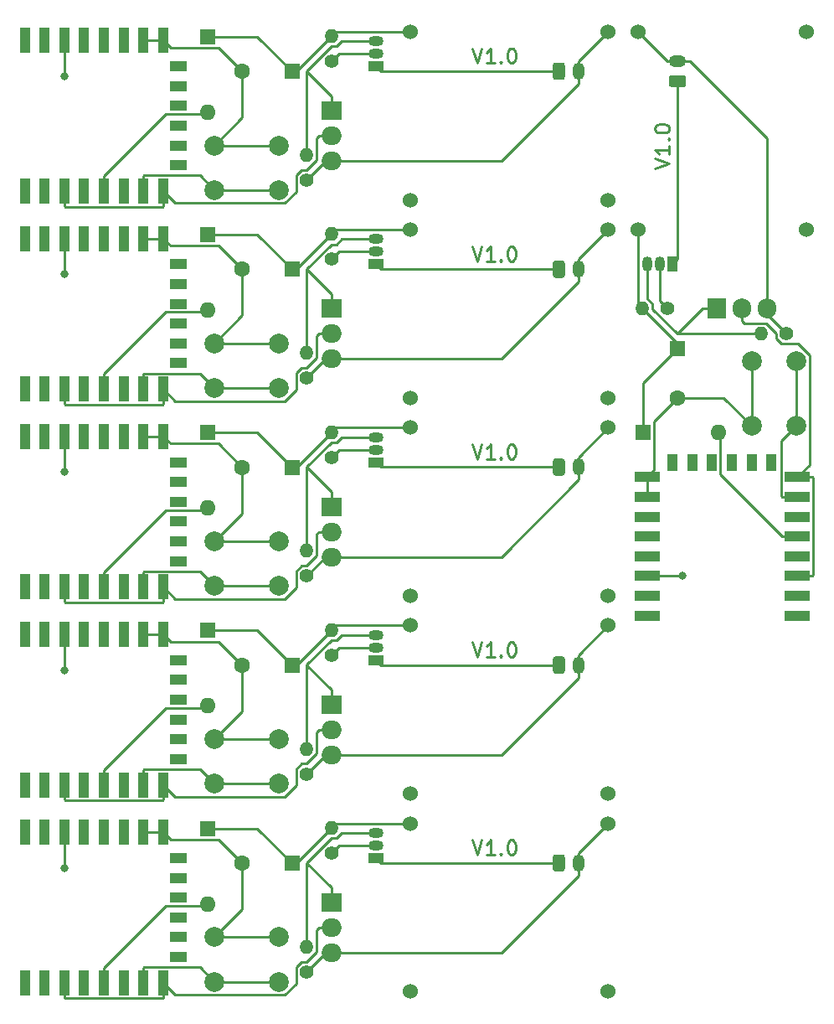
<source format=gbr>
%TF.GenerationSoftware,KiCad,Pcbnew,(5.1.9)-1*%
%TF.CreationDate,2021-03-22T15:53:48+01:00*%
%TF.ProjectId,DOORSENSOR_Enhanced_Multi,444f4f52-5345-44e5-934f-525f456e6861,rev?*%
%TF.SameCoordinates,Original*%
%TF.FileFunction,Copper,L1,Top*%
%TF.FilePolarity,Positive*%
%FSLAX46Y46*%
G04 Gerber Fmt 4.6, Leading zero omitted, Abs format (unit mm)*
G04 Created by KiCad (PCBNEW (5.1.9)-1) date 2021-03-22 15:53:48*
%MOMM*%
%LPD*%
G01*
G04 APERTURE LIST*
%TA.AperFunction,NonConductor*%
%ADD10C,0.250000*%
%TD*%
%TA.AperFunction,ComponentPad*%
%ADD11R,1.050000X1.500000*%
%TD*%
%TA.AperFunction,ComponentPad*%
%ADD12O,1.050000X1.500000*%
%TD*%
%TA.AperFunction,ComponentPad*%
%ADD13O,1.750000X1.200000*%
%TD*%
%TA.AperFunction,ComponentPad*%
%ADD14C,1.524000*%
%TD*%
%TA.AperFunction,ComponentPad*%
%ADD15O,1.905000X2.000000*%
%TD*%
%TA.AperFunction,ComponentPad*%
%ADD16R,1.905000X2.000000*%
%TD*%
%TA.AperFunction,ComponentPad*%
%ADD17C,1.400000*%
%TD*%
%TA.AperFunction,ComponentPad*%
%ADD18O,1.400000X1.400000*%
%TD*%
%TA.AperFunction,SMDPad,CuDef*%
%ADD19R,2.500000X1.000000*%
%TD*%
%TA.AperFunction,SMDPad,CuDef*%
%ADD20R,1.000000X1.800000*%
%TD*%
%TA.AperFunction,ComponentPad*%
%ADD21R,1.600000X1.600000*%
%TD*%
%TA.AperFunction,ComponentPad*%
%ADD22C,1.600000*%
%TD*%
%TA.AperFunction,ComponentPad*%
%ADD23O,1.600000X1.600000*%
%TD*%
%TA.AperFunction,ComponentPad*%
%ADD24C,2.000000*%
%TD*%
%TA.AperFunction,ComponentPad*%
%ADD25O,1.200000X1.750000*%
%TD*%
%TA.AperFunction,ComponentPad*%
%ADD26O,2.000000X1.905000*%
%TD*%
%TA.AperFunction,ComponentPad*%
%ADD27R,2.000000X1.905000*%
%TD*%
%TA.AperFunction,ComponentPad*%
%ADD28O,1.500000X1.050000*%
%TD*%
%TA.AperFunction,ComponentPad*%
%ADD29R,1.500000X1.050000*%
%TD*%
%TA.AperFunction,SMDPad,CuDef*%
%ADD30R,1.000000X2.500000*%
%TD*%
%TA.AperFunction,SMDPad,CuDef*%
%ADD31R,1.800000X1.000000*%
%TD*%
%TA.AperFunction,ViaPad*%
%ADD32C,0.800000*%
%TD*%
%TA.AperFunction,Conductor*%
%ADD33C,0.250000*%
%TD*%
G04 APERTURE END LIST*
D10*
X109678571Y-58285714D02*
X111178571Y-57785714D01*
X109678571Y-57285714D01*
X111178571Y-56000000D02*
X111178571Y-56857142D01*
X111178571Y-56428571D02*
X109678571Y-56428571D01*
X109892857Y-56571428D01*
X110035714Y-56714285D01*
X110107142Y-56857142D01*
X111035714Y-55357142D02*
X111107142Y-55285714D01*
X111178571Y-55357142D01*
X111107142Y-55428571D01*
X111035714Y-55357142D01*
X111178571Y-55357142D01*
X109678571Y-54357142D02*
X109678571Y-54214285D01*
X109750000Y-54071428D01*
X109821428Y-54000000D01*
X109964285Y-53928571D01*
X110250000Y-53857142D01*
X110607142Y-53857142D01*
X110892857Y-53928571D01*
X111035714Y-54000000D01*
X111107142Y-54071428D01*
X111178571Y-54214285D01*
X111178571Y-54357142D01*
X111107142Y-54500000D01*
X111035714Y-54571428D01*
X110892857Y-54642857D01*
X110607142Y-54714285D01*
X110250000Y-54714285D01*
X109964285Y-54642857D01*
X109821428Y-54571428D01*
X109750000Y-54500000D01*
X109678571Y-54357142D01*
X109678571Y-58285714D02*
X111178571Y-57785714D01*
X109678571Y-57285714D01*
X111178571Y-56000000D02*
X111178571Y-56857142D01*
X111178571Y-56428571D02*
X109678571Y-56428571D01*
X109892857Y-56571428D01*
X110035714Y-56714285D01*
X110107142Y-56857142D01*
X111035714Y-55357142D02*
X111107142Y-55285714D01*
X111178571Y-55357142D01*
X111107142Y-55428571D01*
X111035714Y-55357142D01*
X111178571Y-55357142D01*
X109678571Y-54357142D02*
X109678571Y-54214285D01*
X109750000Y-54071428D01*
X109821428Y-54000000D01*
X109964285Y-53928571D01*
X110250000Y-53857142D01*
X110607142Y-53857142D01*
X110892857Y-53928571D01*
X111035714Y-54000000D01*
X111107142Y-54071428D01*
X111178571Y-54214285D01*
X111178571Y-54357142D01*
X111107142Y-54500000D01*
X111035714Y-54571428D01*
X110892857Y-54642857D01*
X110607142Y-54714285D01*
X110250000Y-54714285D01*
X109964285Y-54642857D01*
X109821428Y-54571428D01*
X109750000Y-54500000D01*
X109678571Y-54357142D01*
X91214285Y-126178571D02*
X91714285Y-127678571D01*
X92214285Y-126178571D01*
X93500000Y-127678571D02*
X92642857Y-127678571D01*
X93071428Y-127678571D02*
X93071428Y-126178571D01*
X92928571Y-126392857D01*
X92785714Y-126535714D01*
X92642857Y-126607142D01*
X94142857Y-127535714D02*
X94214285Y-127607142D01*
X94142857Y-127678571D01*
X94071428Y-127607142D01*
X94142857Y-127535714D01*
X94142857Y-127678571D01*
X95142857Y-126178571D02*
X95285714Y-126178571D01*
X95428571Y-126250000D01*
X95500000Y-126321428D01*
X95571428Y-126464285D01*
X95642857Y-126750000D01*
X95642857Y-127107142D01*
X95571428Y-127392857D01*
X95500000Y-127535714D01*
X95428571Y-127607142D01*
X95285714Y-127678571D01*
X95142857Y-127678571D01*
X95000000Y-127607142D01*
X94928571Y-127535714D01*
X94857142Y-127392857D01*
X94785714Y-127107142D01*
X94785714Y-126750000D01*
X94857142Y-126464285D01*
X94928571Y-126321428D01*
X95000000Y-126250000D01*
X95142857Y-126178571D01*
X91214285Y-126178571D02*
X91714285Y-127678571D01*
X92214285Y-126178571D01*
X93500000Y-127678571D02*
X92642857Y-127678571D01*
X93071428Y-127678571D02*
X93071428Y-126178571D01*
X92928571Y-126392857D01*
X92785714Y-126535714D01*
X92642857Y-126607142D01*
X94142857Y-127535714D02*
X94214285Y-127607142D01*
X94142857Y-127678571D01*
X94071428Y-127607142D01*
X94142857Y-127535714D01*
X94142857Y-127678571D01*
X95142857Y-126178571D02*
X95285714Y-126178571D01*
X95428571Y-126250000D01*
X95500000Y-126321428D01*
X95571428Y-126464285D01*
X95642857Y-126750000D01*
X95642857Y-127107142D01*
X95571428Y-127392857D01*
X95500000Y-127535714D01*
X95428571Y-127607142D01*
X95285714Y-127678571D01*
X95142857Y-127678571D01*
X95000000Y-127607142D01*
X94928571Y-127535714D01*
X94857142Y-127392857D01*
X94785714Y-127107142D01*
X94785714Y-126750000D01*
X94857142Y-126464285D01*
X94928571Y-126321428D01*
X95000000Y-126250000D01*
X95142857Y-126178571D01*
X91214285Y-106178571D02*
X91714285Y-107678571D01*
X92214285Y-106178571D01*
X93500000Y-107678571D02*
X92642857Y-107678571D01*
X93071428Y-107678571D02*
X93071428Y-106178571D01*
X92928571Y-106392857D01*
X92785714Y-106535714D01*
X92642857Y-106607142D01*
X94142857Y-107535714D02*
X94214285Y-107607142D01*
X94142857Y-107678571D01*
X94071428Y-107607142D01*
X94142857Y-107535714D01*
X94142857Y-107678571D01*
X95142857Y-106178571D02*
X95285714Y-106178571D01*
X95428571Y-106250000D01*
X95500000Y-106321428D01*
X95571428Y-106464285D01*
X95642857Y-106750000D01*
X95642857Y-107107142D01*
X95571428Y-107392857D01*
X95500000Y-107535714D01*
X95428571Y-107607142D01*
X95285714Y-107678571D01*
X95142857Y-107678571D01*
X95000000Y-107607142D01*
X94928571Y-107535714D01*
X94857142Y-107392857D01*
X94785714Y-107107142D01*
X94785714Y-106750000D01*
X94857142Y-106464285D01*
X94928571Y-106321428D01*
X95000000Y-106250000D01*
X95142857Y-106178571D01*
X91214285Y-106178571D02*
X91714285Y-107678571D01*
X92214285Y-106178571D01*
X93500000Y-107678571D02*
X92642857Y-107678571D01*
X93071428Y-107678571D02*
X93071428Y-106178571D01*
X92928571Y-106392857D01*
X92785714Y-106535714D01*
X92642857Y-106607142D01*
X94142857Y-107535714D02*
X94214285Y-107607142D01*
X94142857Y-107678571D01*
X94071428Y-107607142D01*
X94142857Y-107535714D01*
X94142857Y-107678571D01*
X95142857Y-106178571D02*
X95285714Y-106178571D01*
X95428571Y-106250000D01*
X95500000Y-106321428D01*
X95571428Y-106464285D01*
X95642857Y-106750000D01*
X95642857Y-107107142D01*
X95571428Y-107392857D01*
X95500000Y-107535714D01*
X95428571Y-107607142D01*
X95285714Y-107678571D01*
X95142857Y-107678571D01*
X95000000Y-107607142D01*
X94928571Y-107535714D01*
X94857142Y-107392857D01*
X94785714Y-107107142D01*
X94785714Y-106750000D01*
X94857142Y-106464285D01*
X94928571Y-106321428D01*
X95000000Y-106250000D01*
X95142857Y-106178571D01*
X91214285Y-86178571D02*
X91714285Y-87678571D01*
X92214285Y-86178571D01*
X93500000Y-87678571D02*
X92642857Y-87678571D01*
X93071428Y-87678571D02*
X93071428Y-86178571D01*
X92928571Y-86392857D01*
X92785714Y-86535714D01*
X92642857Y-86607142D01*
X94142857Y-87535714D02*
X94214285Y-87607142D01*
X94142857Y-87678571D01*
X94071428Y-87607142D01*
X94142857Y-87535714D01*
X94142857Y-87678571D01*
X95142857Y-86178571D02*
X95285714Y-86178571D01*
X95428571Y-86250000D01*
X95500000Y-86321428D01*
X95571428Y-86464285D01*
X95642857Y-86750000D01*
X95642857Y-87107142D01*
X95571428Y-87392857D01*
X95500000Y-87535714D01*
X95428571Y-87607142D01*
X95285714Y-87678571D01*
X95142857Y-87678571D01*
X95000000Y-87607142D01*
X94928571Y-87535714D01*
X94857142Y-87392857D01*
X94785714Y-87107142D01*
X94785714Y-86750000D01*
X94857142Y-86464285D01*
X94928571Y-86321428D01*
X95000000Y-86250000D01*
X95142857Y-86178571D01*
X91214285Y-86178571D02*
X91714285Y-87678571D01*
X92214285Y-86178571D01*
X93500000Y-87678571D02*
X92642857Y-87678571D01*
X93071428Y-87678571D02*
X93071428Y-86178571D01*
X92928571Y-86392857D01*
X92785714Y-86535714D01*
X92642857Y-86607142D01*
X94142857Y-87535714D02*
X94214285Y-87607142D01*
X94142857Y-87678571D01*
X94071428Y-87607142D01*
X94142857Y-87535714D01*
X94142857Y-87678571D01*
X95142857Y-86178571D02*
X95285714Y-86178571D01*
X95428571Y-86250000D01*
X95500000Y-86321428D01*
X95571428Y-86464285D01*
X95642857Y-86750000D01*
X95642857Y-87107142D01*
X95571428Y-87392857D01*
X95500000Y-87535714D01*
X95428571Y-87607142D01*
X95285714Y-87678571D01*
X95142857Y-87678571D01*
X95000000Y-87607142D01*
X94928571Y-87535714D01*
X94857142Y-87392857D01*
X94785714Y-87107142D01*
X94785714Y-86750000D01*
X94857142Y-86464285D01*
X94928571Y-86321428D01*
X95000000Y-86250000D01*
X95142857Y-86178571D01*
X91214285Y-66178571D02*
X91714285Y-67678571D01*
X92214285Y-66178571D01*
X93500000Y-67678571D02*
X92642857Y-67678571D01*
X93071428Y-67678571D02*
X93071428Y-66178571D01*
X92928571Y-66392857D01*
X92785714Y-66535714D01*
X92642857Y-66607142D01*
X94142857Y-67535714D02*
X94214285Y-67607142D01*
X94142857Y-67678571D01*
X94071428Y-67607142D01*
X94142857Y-67535714D01*
X94142857Y-67678571D01*
X95142857Y-66178571D02*
X95285714Y-66178571D01*
X95428571Y-66250000D01*
X95500000Y-66321428D01*
X95571428Y-66464285D01*
X95642857Y-66750000D01*
X95642857Y-67107142D01*
X95571428Y-67392857D01*
X95500000Y-67535714D01*
X95428571Y-67607142D01*
X95285714Y-67678571D01*
X95142857Y-67678571D01*
X95000000Y-67607142D01*
X94928571Y-67535714D01*
X94857142Y-67392857D01*
X94785714Y-67107142D01*
X94785714Y-66750000D01*
X94857142Y-66464285D01*
X94928571Y-66321428D01*
X95000000Y-66250000D01*
X95142857Y-66178571D01*
X91214285Y-66178571D02*
X91714285Y-67678571D01*
X92214285Y-66178571D01*
X93500000Y-67678571D02*
X92642857Y-67678571D01*
X93071428Y-67678571D02*
X93071428Y-66178571D01*
X92928571Y-66392857D01*
X92785714Y-66535714D01*
X92642857Y-66607142D01*
X94142857Y-67535714D02*
X94214285Y-67607142D01*
X94142857Y-67678571D01*
X94071428Y-67607142D01*
X94142857Y-67535714D01*
X94142857Y-67678571D01*
X95142857Y-66178571D02*
X95285714Y-66178571D01*
X95428571Y-66250000D01*
X95500000Y-66321428D01*
X95571428Y-66464285D01*
X95642857Y-66750000D01*
X95642857Y-67107142D01*
X95571428Y-67392857D01*
X95500000Y-67535714D01*
X95428571Y-67607142D01*
X95285714Y-67678571D01*
X95142857Y-67678571D01*
X95000000Y-67607142D01*
X94928571Y-67535714D01*
X94857142Y-67392857D01*
X94785714Y-67107142D01*
X94785714Y-66750000D01*
X94857142Y-66464285D01*
X94928571Y-66321428D01*
X95000000Y-66250000D01*
X95142857Y-66178571D01*
X91214285Y-46178571D02*
X91714285Y-47678571D01*
X92214285Y-46178571D01*
X93500000Y-47678571D02*
X92642857Y-47678571D01*
X93071428Y-47678571D02*
X93071428Y-46178571D01*
X92928571Y-46392857D01*
X92785714Y-46535714D01*
X92642857Y-46607142D01*
X94142857Y-47535714D02*
X94214285Y-47607142D01*
X94142857Y-47678571D01*
X94071428Y-47607142D01*
X94142857Y-47535714D01*
X94142857Y-47678571D01*
X95142857Y-46178571D02*
X95285714Y-46178571D01*
X95428571Y-46250000D01*
X95500000Y-46321428D01*
X95571428Y-46464285D01*
X95642857Y-46750000D01*
X95642857Y-47107142D01*
X95571428Y-47392857D01*
X95500000Y-47535714D01*
X95428571Y-47607142D01*
X95285714Y-47678571D01*
X95142857Y-47678571D01*
X95000000Y-47607142D01*
X94928571Y-47535714D01*
X94857142Y-47392857D01*
X94785714Y-47107142D01*
X94785714Y-46750000D01*
X94857142Y-46464285D01*
X94928571Y-46321428D01*
X95000000Y-46250000D01*
X95142857Y-46178571D01*
X91214285Y-46178571D02*
X91714285Y-47678571D01*
X92214285Y-46178571D01*
X93500000Y-47678571D02*
X92642857Y-47678571D01*
X93071428Y-47678571D02*
X93071428Y-46178571D01*
X92928571Y-46392857D01*
X92785714Y-46535714D01*
X92642857Y-46607142D01*
X94142857Y-47535714D02*
X94214285Y-47607142D01*
X94142857Y-47678571D01*
X94071428Y-47607142D01*
X94142857Y-47535714D01*
X94142857Y-47678571D01*
X95142857Y-46178571D02*
X95285714Y-46178571D01*
X95428571Y-46250000D01*
X95500000Y-46321428D01*
X95571428Y-46464285D01*
X95642857Y-46750000D01*
X95642857Y-47107142D01*
X95571428Y-47392857D01*
X95500000Y-47535714D01*
X95428571Y-47607142D01*
X95285714Y-47678571D01*
X95142857Y-47678571D01*
X95000000Y-47607142D01*
X94928571Y-47535714D01*
X94857142Y-47392857D01*
X94785714Y-47107142D01*
X94785714Y-46750000D01*
X94857142Y-46464285D01*
X94928571Y-46321428D01*
X95000000Y-46250000D01*
X95142857Y-46178571D01*
D11*
%TO.P,Q1,1*%
%TO.N,GND*%
X111500000Y-68000000D03*
D12*
%TO.P,Q1,3*%
%TO.N,Net-(Q1-Pad3)*%
X108960000Y-68000000D03*
%TO.P,Q1,2*%
%TO.N,Net-(Q1-Pad2)*%
X110230000Y-68000000D03*
%TD*%
%TO.P,J1,1*%
%TO.N,GND*%
%TA.AperFunction,ComponentPad*%
G36*
G01*
X112625001Y-50100000D02*
X111374999Y-50100000D01*
G75*
G02*
X111125000Y-49850001I0J249999D01*
G01*
X111125000Y-49149999D01*
G75*
G02*
X111374999Y-48900000I249999J0D01*
G01*
X112625001Y-48900000D01*
G75*
G02*
X112875000Y-49149999I0J-249999D01*
G01*
X112875000Y-49850001D01*
G75*
G02*
X112625001Y-50100000I-249999J0D01*
G01*
G37*
%TD.AperFunction*%
D13*
%TO.P,J1,2*%
%TO.N,+3V3*%
X112000000Y-47500000D03*
%TD*%
D14*
%TO.P,SW3,2*%
%TO.N,GND*%
X125000000Y-44500000D03*
%TO.P,SW3,1*%
%TO.N,Net-(SW3-Pad1)*%
X125000000Y-64500000D03*
%TD*%
D15*
%TO.P,Q2,3*%
%TO.N,+3V3*%
X121080000Y-72500000D03*
%TO.P,Q2,2*%
%TO.N,Net-(Q2-Pad2)*%
X118540000Y-72500000D03*
D16*
%TO.P,Q2,1*%
%TO.N,Net-(Q1-Pad3)*%
X116000000Y-72500000D03*
%TD*%
D17*
%TO.P,R1,1*%
%TO.N,Net-(Q1-Pad2)*%
X111000000Y-72500000D03*
D18*
%TO.P,R1,2*%
%TO.N,Net-(C1-Pad1)*%
X108460000Y-72500000D03*
%TD*%
D19*
%TO.P,U1,1*%
%TO.N,Net-(U1-Pad1)*%
X124100000Y-103500000D03*
%TO.P,U1,2*%
%TO.N,Net-(U1-Pad2)*%
X124100000Y-101500000D03*
%TO.P,U1,3*%
%TO.N,Net-(Q2-Pad2)*%
X124100000Y-99500000D03*
%TO.P,U1,4*%
%TO.N,Net-(U1-Pad4)*%
X124100000Y-97500000D03*
%TO.P,U1,5*%
%TO.N,Net-(D1-Pad2)*%
X124100000Y-95500000D03*
%TO.P,U1,6*%
%TO.N,Net-(U1-Pad6)*%
X124100000Y-93500000D03*
%TO.P,U1,7*%
%TO.N,Net-(SW2-Pad1)*%
X124100000Y-91500000D03*
%TO.P,U1,8*%
%TO.N,Net-(Q2-Pad2)*%
X124100000Y-89500000D03*
D20*
%TO.P,U1,9*%
%TO.N,Net-(U1-Pad9)*%
X121500000Y-88000000D03*
%TO.P,U1,10*%
%TO.N,Net-(U1-Pad10)*%
X119500000Y-88000000D03*
%TO.P,U1,11*%
%TO.N,Net-(U1-Pad11)*%
X117500000Y-88000000D03*
%TO.P,U1,12*%
%TO.N,Net-(U1-Pad12)*%
X115500000Y-88000000D03*
%TO.P,U1,13*%
%TO.N,Net-(U1-Pad13)*%
X113500000Y-88000000D03*
%TO.P,U1,14*%
%TO.N,Net-(U1-Pad14)*%
X111500000Y-88000000D03*
D19*
%TO.P,U1,15*%
%TO.N,GND*%
X108900000Y-89500000D03*
%TO.P,U1,16*%
X108900000Y-91500000D03*
%TO.P,U1,17*%
%TO.N,Net-(U1-Pad17)*%
X108900000Y-93500000D03*
%TO.P,U1,18*%
%TO.N,Net-(U1-Pad18)*%
X108900000Y-95500000D03*
%TO.P,U1,19*%
%TO.N,Net-(U1-Pad19)*%
X108900000Y-97500000D03*
%TO.P,U1,20*%
%TO.N,Net-(SW3-Pad1)*%
X108900000Y-99500000D03*
%TO.P,U1,21*%
%TO.N,Net-(U1-Pad21)*%
X108900000Y-101500000D03*
%TO.P,U1,22*%
%TO.N,Net-(U1-Pad22)*%
X108900000Y-103500000D03*
%TD*%
D21*
%TO.P,C1,1*%
%TO.N,Net-(C1-Pad1)*%
X112015001Y-76500000D03*
D22*
%TO.P,C1,2*%
%TO.N,GND*%
X112015001Y-81500000D03*
%TD*%
D21*
%TO.P,D1,1*%
%TO.N,Net-(C1-Pad1)*%
X108500000Y-85000000D03*
D23*
%TO.P,D1,2*%
%TO.N,Net-(D1-Pad2)*%
X116120000Y-85000000D03*
%TD*%
D24*
%TO.P,SW2,2*%
%TO.N,GND*%
X119500000Y-77824999D03*
%TO.P,SW2,1*%
%TO.N,Net-(SW2-Pad1)*%
X124000000Y-77824999D03*
%TO.P,SW2,2*%
%TO.N,GND*%
X119500000Y-84324999D03*
%TO.P,SW2,1*%
%TO.N,Net-(SW2-Pad1)*%
X124000000Y-84324999D03*
%TD*%
D18*
%TO.P,R2,2*%
%TO.N,Net-(Q1-Pad3)*%
X120460000Y-75000000D03*
D17*
%TO.P,R2,1*%
%TO.N,+3V3*%
X123000000Y-75000000D03*
%TD*%
D24*
%TO.P,SW2,1*%
%TO.N,Net-(SW2-Pad1)*%
X124000000Y-84324999D03*
%TO.P,SW2,2*%
%TO.N,GND*%
X119500000Y-84324999D03*
%TO.P,SW2,1*%
%TO.N,Net-(SW2-Pad1)*%
X124000000Y-77824999D03*
%TO.P,SW2,2*%
%TO.N,GND*%
X119500000Y-77824999D03*
%TD*%
D14*
%TO.P,SW1,2*%
%TO.N,Net-(C1-Pad1)*%
X108000000Y-64500000D03*
%TO.P,SW1,1*%
%TO.N,+3V3*%
X108000000Y-44500000D03*
%TD*%
D17*
%TO.P,R2,1*%
%TO.N,+3V3*%
X123000000Y-75000000D03*
D18*
%TO.P,R2,2*%
%TO.N,Net-(Q1-Pad3)*%
X120460000Y-75000000D03*
%TD*%
D22*
%TO.P,C1,2*%
%TO.N,GND*%
X112015001Y-81500000D03*
D21*
%TO.P,C1,1*%
%TO.N,Net-(C1-Pad1)*%
X112015001Y-76500000D03*
%TD*%
D16*
%TO.P,Q2,1*%
%TO.N,Net-(Q1-Pad3)*%
X116000000Y-72500000D03*
D15*
%TO.P,Q2,2*%
%TO.N,Net-(Q2-Pad2)*%
X118540000Y-72500000D03*
%TO.P,Q2,3*%
%TO.N,+3V3*%
X121080000Y-72500000D03*
%TD*%
D13*
%TO.P,J1,2*%
%TO.N,+3V3*%
X112000000Y-47500000D03*
%TO.P,J1,1*%
%TO.N,GND*%
%TA.AperFunction,ComponentPad*%
G36*
G01*
X112625001Y-50100000D02*
X111374999Y-50100000D01*
G75*
G02*
X111125000Y-49850001I0J249999D01*
G01*
X111125000Y-49149999D01*
G75*
G02*
X111374999Y-48900000I249999J0D01*
G01*
X112625001Y-48900000D01*
G75*
G02*
X112875000Y-49149999I0J-249999D01*
G01*
X112875000Y-49850001D01*
G75*
G02*
X112625001Y-50100000I-249999J0D01*
G01*
G37*
%TD.AperFunction*%
%TD*%
D18*
%TO.P,R1,2*%
%TO.N,Net-(C1-Pad1)*%
X108460000Y-72500000D03*
D17*
%TO.P,R1,1*%
%TO.N,Net-(Q1-Pad2)*%
X111000000Y-72500000D03*
%TD*%
D23*
%TO.P,D1,2*%
%TO.N,Net-(D1-Pad2)*%
X116120000Y-85000000D03*
D21*
%TO.P,D1,1*%
%TO.N,Net-(C1-Pad1)*%
X108500000Y-85000000D03*
%TD*%
D12*
%TO.P,Q1,2*%
%TO.N,Net-(Q1-Pad2)*%
X110230000Y-68000000D03*
%TO.P,Q1,3*%
%TO.N,Net-(Q1-Pad3)*%
X108960000Y-68000000D03*
D11*
%TO.P,Q1,1*%
%TO.N,GND*%
X111500000Y-68000000D03*
%TD*%
D19*
%TO.P,U1,22*%
%TO.N,Net-(U1-Pad22)*%
X108900000Y-103500000D03*
%TO.P,U1,21*%
%TO.N,Net-(U1-Pad21)*%
X108900000Y-101500000D03*
%TO.P,U1,20*%
%TO.N,Net-(SW3-Pad1)*%
X108900000Y-99500000D03*
%TO.P,U1,19*%
%TO.N,Net-(U1-Pad19)*%
X108900000Y-97500000D03*
%TO.P,U1,18*%
%TO.N,Net-(U1-Pad18)*%
X108900000Y-95500000D03*
%TO.P,U1,17*%
%TO.N,Net-(U1-Pad17)*%
X108900000Y-93500000D03*
%TO.P,U1,16*%
%TO.N,GND*%
X108900000Y-91500000D03*
%TO.P,U1,15*%
X108900000Y-89500000D03*
D20*
%TO.P,U1,14*%
%TO.N,Net-(U1-Pad14)*%
X111500000Y-88000000D03*
%TO.P,U1,13*%
%TO.N,Net-(U1-Pad13)*%
X113500000Y-88000000D03*
%TO.P,U1,12*%
%TO.N,Net-(U1-Pad12)*%
X115500000Y-88000000D03*
%TO.P,U1,11*%
%TO.N,Net-(U1-Pad11)*%
X117500000Y-88000000D03*
%TO.P,U1,10*%
%TO.N,Net-(U1-Pad10)*%
X119500000Y-88000000D03*
%TO.P,U1,9*%
%TO.N,Net-(U1-Pad9)*%
X121500000Y-88000000D03*
D19*
%TO.P,U1,8*%
%TO.N,Net-(Q2-Pad2)*%
X124100000Y-89500000D03*
%TO.P,U1,7*%
%TO.N,Net-(SW2-Pad1)*%
X124100000Y-91500000D03*
%TO.P,U1,6*%
%TO.N,Net-(U1-Pad6)*%
X124100000Y-93500000D03*
%TO.P,U1,5*%
%TO.N,Net-(D1-Pad2)*%
X124100000Y-95500000D03*
%TO.P,U1,4*%
%TO.N,Net-(U1-Pad4)*%
X124100000Y-97500000D03*
%TO.P,U1,3*%
%TO.N,Net-(Q2-Pad2)*%
X124100000Y-99500000D03*
%TO.P,U1,2*%
%TO.N,Net-(U1-Pad2)*%
X124100000Y-101500000D03*
%TO.P,U1,1*%
%TO.N,Net-(U1-Pad1)*%
X124100000Y-103500000D03*
%TD*%
D14*
%TO.P,SW3,1*%
%TO.N,Net-(SW3-Pad1)*%
X125000000Y-64500000D03*
%TO.P,SW3,2*%
%TO.N,GND*%
X125000000Y-44500000D03*
%TD*%
D25*
%TO.P,J1,2*%
%TO.N,+3V3*%
X102000000Y-128500000D03*
%TO.P,J1,1*%
%TO.N,GND*%
%TA.AperFunction,ComponentPad*%
G36*
G01*
X99400000Y-129125001D02*
X99400000Y-127874999D01*
G75*
G02*
X99649999Y-127625000I249999J0D01*
G01*
X100350001Y-127625000D01*
G75*
G02*
X100600000Y-127874999I0J-249999D01*
G01*
X100600000Y-129125001D01*
G75*
G02*
X100350001Y-129375000I-249999J0D01*
G01*
X99649999Y-129375000D01*
G75*
G02*
X99400000Y-129125001I0J249999D01*
G01*
G37*
%TD.AperFunction*%
%TD*%
D24*
%TO.P,SW2,2*%
%TO.N,GND*%
X71675001Y-136000000D03*
%TO.P,SW2,1*%
%TO.N,Net-(SW2-Pad1)*%
X71675001Y-140500000D03*
%TO.P,SW2,2*%
%TO.N,GND*%
X65175001Y-136000000D03*
%TO.P,SW2,1*%
%TO.N,Net-(SW2-Pad1)*%
X65175001Y-140500000D03*
%TD*%
D26*
%TO.P,Q2,3*%
%TO.N,+3V3*%
X77000000Y-137580000D03*
%TO.P,Q2,2*%
%TO.N,Net-(Q2-Pad2)*%
X77000000Y-135040000D03*
D27*
%TO.P,Q2,1*%
%TO.N,Net-(Q1-Pad3)*%
X77000000Y-132500000D03*
%TD*%
D14*
%TO.P,SW1,1*%
%TO.N,+3V3*%
X105000000Y-124500000D03*
%TO.P,SW1,2*%
%TO.N,Net-(C1-Pad1)*%
X85000000Y-124500000D03*
%TD*%
D28*
%TO.P,Q1,2*%
%TO.N,Net-(Q1-Pad2)*%
X81500000Y-126730000D03*
%TO.P,Q1,3*%
%TO.N,Net-(Q1-Pad3)*%
X81500000Y-125460000D03*
D29*
%TO.P,Q1,1*%
%TO.N,GND*%
X81500000Y-128000000D03*
%TD*%
D18*
%TO.P,R2,2*%
%TO.N,Net-(Q1-Pad3)*%
X74500000Y-136960000D03*
D17*
%TO.P,R2,1*%
%TO.N,+3V3*%
X74500000Y-139500000D03*
%TD*%
%TO.P,R2,1*%
%TO.N,+3V3*%
X74500000Y-139500000D03*
D18*
%TO.P,R2,2*%
%TO.N,Net-(Q1-Pad3)*%
X74500000Y-136960000D03*
%TD*%
D22*
%TO.P,C1,2*%
%TO.N,GND*%
X68000000Y-128515001D03*
D21*
%TO.P,C1,1*%
%TO.N,Net-(C1-Pad1)*%
X73000000Y-128515001D03*
%TD*%
D24*
%TO.P,SW2,1*%
%TO.N,Net-(SW2-Pad1)*%
X65175001Y-140500000D03*
%TO.P,SW2,2*%
%TO.N,GND*%
X65175001Y-136000000D03*
%TO.P,SW2,1*%
%TO.N,Net-(SW2-Pad1)*%
X71675001Y-140500000D03*
%TO.P,SW2,2*%
%TO.N,GND*%
X71675001Y-136000000D03*
%TD*%
D14*
%TO.P,SW3,1*%
%TO.N,Net-(SW3-Pad1)*%
X85000000Y-141500000D03*
%TO.P,SW3,2*%
%TO.N,GND*%
X105000000Y-141500000D03*
%TD*%
D21*
%TO.P,C1,1*%
%TO.N,Net-(C1-Pad1)*%
X73000000Y-128515001D03*
D22*
%TO.P,C1,2*%
%TO.N,GND*%
X68000000Y-128515001D03*
%TD*%
D29*
%TO.P,Q1,1*%
%TO.N,GND*%
X81500000Y-128000000D03*
D28*
%TO.P,Q1,3*%
%TO.N,Net-(Q1-Pad3)*%
X81500000Y-125460000D03*
%TO.P,Q1,2*%
%TO.N,Net-(Q1-Pad2)*%
X81500000Y-126730000D03*
%TD*%
D27*
%TO.P,Q2,1*%
%TO.N,Net-(Q1-Pad3)*%
X77000000Y-132500000D03*
D26*
%TO.P,Q2,2*%
%TO.N,Net-(Q2-Pad2)*%
X77000000Y-135040000D03*
%TO.P,Q2,3*%
%TO.N,+3V3*%
X77000000Y-137580000D03*
%TD*%
D30*
%TO.P,U1,22*%
%TO.N,Net-(U1-Pad22)*%
X46000000Y-125400000D03*
%TO.P,U1,21*%
%TO.N,Net-(U1-Pad21)*%
X48000000Y-125400000D03*
%TO.P,U1,20*%
%TO.N,Net-(SW3-Pad1)*%
X50000000Y-125400000D03*
%TO.P,U1,19*%
%TO.N,Net-(U1-Pad19)*%
X52000000Y-125400000D03*
%TO.P,U1,18*%
%TO.N,Net-(U1-Pad18)*%
X54000000Y-125400000D03*
%TO.P,U1,17*%
%TO.N,Net-(U1-Pad17)*%
X56000000Y-125400000D03*
%TO.P,U1,16*%
%TO.N,GND*%
X58000000Y-125400000D03*
%TO.P,U1,15*%
X60000000Y-125400000D03*
D31*
%TO.P,U1,14*%
%TO.N,Net-(U1-Pad14)*%
X61500000Y-128000000D03*
%TO.P,U1,13*%
%TO.N,Net-(U1-Pad13)*%
X61500000Y-130000000D03*
%TO.P,U1,12*%
%TO.N,Net-(U1-Pad12)*%
X61500000Y-132000000D03*
%TO.P,U1,11*%
%TO.N,Net-(U1-Pad11)*%
X61500000Y-134000000D03*
%TO.P,U1,10*%
%TO.N,Net-(U1-Pad10)*%
X61500000Y-136000000D03*
%TO.P,U1,9*%
%TO.N,Net-(U1-Pad9)*%
X61500000Y-138000000D03*
D30*
%TO.P,U1,8*%
%TO.N,Net-(Q2-Pad2)*%
X60000000Y-140600000D03*
%TO.P,U1,7*%
%TO.N,Net-(SW2-Pad1)*%
X58000000Y-140600000D03*
%TO.P,U1,6*%
%TO.N,Net-(U1-Pad6)*%
X56000000Y-140600000D03*
%TO.P,U1,5*%
%TO.N,Net-(D1-Pad2)*%
X54000000Y-140600000D03*
%TO.P,U1,4*%
%TO.N,Net-(U1-Pad4)*%
X52000000Y-140600000D03*
%TO.P,U1,3*%
%TO.N,Net-(Q2-Pad2)*%
X50000000Y-140600000D03*
%TO.P,U1,2*%
%TO.N,Net-(U1-Pad2)*%
X48000000Y-140600000D03*
%TO.P,U1,1*%
%TO.N,Net-(U1-Pad1)*%
X46000000Y-140600000D03*
%TD*%
D23*
%TO.P,D1,2*%
%TO.N,Net-(D1-Pad2)*%
X64500000Y-132620000D03*
D21*
%TO.P,D1,1*%
%TO.N,Net-(C1-Pad1)*%
X64500000Y-125000000D03*
%TD*%
D18*
%TO.P,R1,2*%
%TO.N,Net-(C1-Pad1)*%
X77000000Y-124960000D03*
D17*
%TO.P,R1,1*%
%TO.N,Net-(Q1-Pad2)*%
X77000000Y-127500000D03*
%TD*%
D21*
%TO.P,D1,1*%
%TO.N,Net-(C1-Pad1)*%
X64500000Y-125000000D03*
D23*
%TO.P,D1,2*%
%TO.N,Net-(D1-Pad2)*%
X64500000Y-132620000D03*
%TD*%
D17*
%TO.P,R1,1*%
%TO.N,Net-(Q1-Pad2)*%
X77000000Y-127500000D03*
D18*
%TO.P,R1,2*%
%TO.N,Net-(C1-Pad1)*%
X77000000Y-124960000D03*
%TD*%
D14*
%TO.P,SW3,2*%
%TO.N,GND*%
X105000000Y-141500000D03*
%TO.P,SW3,1*%
%TO.N,Net-(SW3-Pad1)*%
X85000000Y-141500000D03*
%TD*%
D30*
%TO.P,U1,1*%
%TO.N,Net-(U1-Pad1)*%
X46000000Y-140600000D03*
%TO.P,U1,2*%
%TO.N,Net-(U1-Pad2)*%
X48000000Y-140600000D03*
%TO.P,U1,3*%
%TO.N,Net-(Q2-Pad2)*%
X50000000Y-140600000D03*
%TO.P,U1,4*%
%TO.N,Net-(U1-Pad4)*%
X52000000Y-140600000D03*
%TO.P,U1,5*%
%TO.N,Net-(D1-Pad2)*%
X54000000Y-140600000D03*
%TO.P,U1,6*%
%TO.N,Net-(U1-Pad6)*%
X56000000Y-140600000D03*
%TO.P,U1,7*%
%TO.N,Net-(SW2-Pad1)*%
X58000000Y-140600000D03*
%TO.P,U1,8*%
%TO.N,Net-(Q2-Pad2)*%
X60000000Y-140600000D03*
D31*
%TO.P,U1,9*%
%TO.N,Net-(U1-Pad9)*%
X61500000Y-138000000D03*
%TO.P,U1,10*%
%TO.N,Net-(U1-Pad10)*%
X61500000Y-136000000D03*
%TO.P,U1,11*%
%TO.N,Net-(U1-Pad11)*%
X61500000Y-134000000D03*
%TO.P,U1,12*%
%TO.N,Net-(U1-Pad12)*%
X61500000Y-132000000D03*
%TO.P,U1,13*%
%TO.N,Net-(U1-Pad13)*%
X61500000Y-130000000D03*
%TO.P,U1,14*%
%TO.N,Net-(U1-Pad14)*%
X61500000Y-128000000D03*
D30*
%TO.P,U1,15*%
%TO.N,GND*%
X60000000Y-125400000D03*
%TO.P,U1,16*%
X58000000Y-125400000D03*
%TO.P,U1,17*%
%TO.N,Net-(U1-Pad17)*%
X56000000Y-125400000D03*
%TO.P,U1,18*%
%TO.N,Net-(U1-Pad18)*%
X54000000Y-125400000D03*
%TO.P,U1,19*%
%TO.N,Net-(U1-Pad19)*%
X52000000Y-125400000D03*
%TO.P,U1,20*%
%TO.N,Net-(SW3-Pad1)*%
X50000000Y-125400000D03*
%TO.P,U1,21*%
%TO.N,Net-(U1-Pad21)*%
X48000000Y-125400000D03*
%TO.P,U1,22*%
%TO.N,Net-(U1-Pad22)*%
X46000000Y-125400000D03*
%TD*%
%TO.P,J1,1*%
%TO.N,GND*%
%TA.AperFunction,ComponentPad*%
G36*
G01*
X99400000Y-129125001D02*
X99400000Y-127874999D01*
G75*
G02*
X99649999Y-127625000I249999J0D01*
G01*
X100350001Y-127625000D01*
G75*
G02*
X100600000Y-127874999I0J-249999D01*
G01*
X100600000Y-129125001D01*
G75*
G02*
X100350001Y-129375000I-249999J0D01*
G01*
X99649999Y-129375000D01*
G75*
G02*
X99400000Y-129125001I0J249999D01*
G01*
G37*
%TD.AperFunction*%
D25*
%TO.P,J1,2*%
%TO.N,+3V3*%
X102000000Y-128500000D03*
%TD*%
D17*
%TO.P,R2,1*%
%TO.N,+3V3*%
X74500000Y-119500000D03*
D18*
%TO.P,R2,2*%
%TO.N,Net-(Q1-Pad3)*%
X74500000Y-116960000D03*
%TD*%
D22*
%TO.P,C1,2*%
%TO.N,GND*%
X68000000Y-108515001D03*
D21*
%TO.P,C1,1*%
%TO.N,Net-(C1-Pad1)*%
X73000000Y-108515001D03*
%TD*%
%TO.P,C1,1*%
%TO.N,Net-(C1-Pad1)*%
X73000000Y-108515001D03*
D22*
%TO.P,C1,2*%
%TO.N,GND*%
X68000000Y-108515001D03*
%TD*%
D18*
%TO.P,R2,2*%
%TO.N,Net-(Q1-Pad3)*%
X74500000Y-116960000D03*
D17*
%TO.P,R2,1*%
%TO.N,+3V3*%
X74500000Y-119500000D03*
%TD*%
D24*
%TO.P,SW2,1*%
%TO.N,Net-(SW2-Pad1)*%
X65175001Y-120500000D03*
%TO.P,SW2,2*%
%TO.N,GND*%
X65175001Y-116000000D03*
%TO.P,SW2,1*%
%TO.N,Net-(SW2-Pad1)*%
X71675001Y-120500000D03*
%TO.P,SW2,2*%
%TO.N,GND*%
X71675001Y-116000000D03*
%TD*%
D27*
%TO.P,Q2,1*%
%TO.N,Net-(Q1-Pad3)*%
X77000000Y-112500000D03*
D26*
%TO.P,Q2,2*%
%TO.N,Net-(Q2-Pad2)*%
X77000000Y-115040000D03*
%TO.P,Q2,3*%
%TO.N,+3V3*%
X77000000Y-117580000D03*
%TD*%
D24*
%TO.P,SW2,2*%
%TO.N,GND*%
X71675001Y-116000000D03*
%TO.P,SW2,1*%
%TO.N,Net-(SW2-Pad1)*%
X71675001Y-120500000D03*
%TO.P,SW2,2*%
%TO.N,GND*%
X65175001Y-116000000D03*
%TO.P,SW2,1*%
%TO.N,Net-(SW2-Pad1)*%
X65175001Y-120500000D03*
%TD*%
D14*
%TO.P,SW1,2*%
%TO.N,Net-(C1-Pad1)*%
X85000000Y-104500000D03*
%TO.P,SW1,1*%
%TO.N,+3V3*%
X105000000Y-104500000D03*
%TD*%
%TO.P,SW3,2*%
%TO.N,GND*%
X105000000Y-121500000D03*
%TO.P,SW3,1*%
%TO.N,Net-(SW3-Pad1)*%
X85000000Y-121500000D03*
%TD*%
%TO.P,J1,1*%
%TO.N,GND*%
%TA.AperFunction,ComponentPad*%
G36*
G01*
X99400000Y-109125001D02*
X99400000Y-107874999D01*
G75*
G02*
X99649999Y-107625000I249999J0D01*
G01*
X100350001Y-107625000D01*
G75*
G02*
X100600000Y-107874999I0J-249999D01*
G01*
X100600000Y-109125001D01*
G75*
G02*
X100350001Y-109375000I-249999J0D01*
G01*
X99649999Y-109375000D01*
G75*
G02*
X99400000Y-109125001I0J249999D01*
G01*
G37*
%TD.AperFunction*%
D25*
%TO.P,J1,2*%
%TO.N,+3V3*%
X102000000Y-108500000D03*
%TD*%
D29*
%TO.P,Q1,1*%
%TO.N,GND*%
X81500000Y-108000000D03*
D28*
%TO.P,Q1,3*%
%TO.N,Net-(Q1-Pad3)*%
X81500000Y-105460000D03*
%TO.P,Q1,2*%
%TO.N,Net-(Q1-Pad2)*%
X81500000Y-106730000D03*
%TD*%
D23*
%TO.P,D1,2*%
%TO.N,Net-(D1-Pad2)*%
X64500000Y-112620000D03*
D21*
%TO.P,D1,1*%
%TO.N,Net-(C1-Pad1)*%
X64500000Y-105000000D03*
%TD*%
D28*
%TO.P,Q1,2*%
%TO.N,Net-(Q1-Pad2)*%
X81500000Y-106730000D03*
%TO.P,Q1,3*%
%TO.N,Net-(Q1-Pad3)*%
X81500000Y-105460000D03*
D29*
%TO.P,Q1,1*%
%TO.N,GND*%
X81500000Y-108000000D03*
%TD*%
D14*
%TO.P,SW3,1*%
%TO.N,Net-(SW3-Pad1)*%
X85000000Y-121500000D03*
%TO.P,SW3,2*%
%TO.N,GND*%
X105000000Y-121500000D03*
%TD*%
D18*
%TO.P,R1,2*%
%TO.N,Net-(C1-Pad1)*%
X77000000Y-104960000D03*
D17*
%TO.P,R1,1*%
%TO.N,Net-(Q1-Pad2)*%
X77000000Y-107500000D03*
%TD*%
D30*
%TO.P,U1,22*%
%TO.N,Net-(U1-Pad22)*%
X46000000Y-105400000D03*
%TO.P,U1,21*%
%TO.N,Net-(U1-Pad21)*%
X48000000Y-105400000D03*
%TO.P,U1,20*%
%TO.N,Net-(SW3-Pad1)*%
X50000000Y-105400000D03*
%TO.P,U1,19*%
%TO.N,Net-(U1-Pad19)*%
X52000000Y-105400000D03*
%TO.P,U1,18*%
%TO.N,Net-(U1-Pad18)*%
X54000000Y-105400000D03*
%TO.P,U1,17*%
%TO.N,Net-(U1-Pad17)*%
X56000000Y-105400000D03*
%TO.P,U1,16*%
%TO.N,GND*%
X58000000Y-105400000D03*
%TO.P,U1,15*%
X60000000Y-105400000D03*
D31*
%TO.P,U1,14*%
%TO.N,Net-(U1-Pad14)*%
X61500000Y-108000000D03*
%TO.P,U1,13*%
%TO.N,Net-(U1-Pad13)*%
X61500000Y-110000000D03*
%TO.P,U1,12*%
%TO.N,Net-(U1-Pad12)*%
X61500000Y-112000000D03*
%TO.P,U1,11*%
%TO.N,Net-(U1-Pad11)*%
X61500000Y-114000000D03*
%TO.P,U1,10*%
%TO.N,Net-(U1-Pad10)*%
X61500000Y-116000000D03*
%TO.P,U1,9*%
%TO.N,Net-(U1-Pad9)*%
X61500000Y-118000000D03*
D30*
%TO.P,U1,8*%
%TO.N,Net-(Q2-Pad2)*%
X60000000Y-120600000D03*
%TO.P,U1,7*%
%TO.N,Net-(SW2-Pad1)*%
X58000000Y-120600000D03*
%TO.P,U1,6*%
%TO.N,Net-(U1-Pad6)*%
X56000000Y-120600000D03*
%TO.P,U1,5*%
%TO.N,Net-(D1-Pad2)*%
X54000000Y-120600000D03*
%TO.P,U1,4*%
%TO.N,Net-(U1-Pad4)*%
X52000000Y-120600000D03*
%TO.P,U1,3*%
%TO.N,Net-(Q2-Pad2)*%
X50000000Y-120600000D03*
%TO.P,U1,2*%
%TO.N,Net-(U1-Pad2)*%
X48000000Y-120600000D03*
%TO.P,U1,1*%
%TO.N,Net-(U1-Pad1)*%
X46000000Y-120600000D03*
%TD*%
D25*
%TO.P,J1,2*%
%TO.N,+3V3*%
X102000000Y-108500000D03*
%TO.P,J1,1*%
%TO.N,GND*%
%TA.AperFunction,ComponentPad*%
G36*
G01*
X99400000Y-109125001D02*
X99400000Y-107874999D01*
G75*
G02*
X99649999Y-107625000I249999J0D01*
G01*
X100350001Y-107625000D01*
G75*
G02*
X100600000Y-107874999I0J-249999D01*
G01*
X100600000Y-109125001D01*
G75*
G02*
X100350001Y-109375000I-249999J0D01*
G01*
X99649999Y-109375000D01*
G75*
G02*
X99400000Y-109125001I0J249999D01*
G01*
G37*
%TD.AperFunction*%
%TD*%
D26*
%TO.P,Q2,3*%
%TO.N,+3V3*%
X77000000Y-117580000D03*
%TO.P,Q2,2*%
%TO.N,Net-(Q2-Pad2)*%
X77000000Y-115040000D03*
D27*
%TO.P,Q2,1*%
%TO.N,Net-(Q1-Pad3)*%
X77000000Y-112500000D03*
%TD*%
D17*
%TO.P,R1,1*%
%TO.N,Net-(Q1-Pad2)*%
X77000000Y-107500000D03*
D18*
%TO.P,R1,2*%
%TO.N,Net-(C1-Pad1)*%
X77000000Y-104960000D03*
%TD*%
D21*
%TO.P,D1,1*%
%TO.N,Net-(C1-Pad1)*%
X64500000Y-105000000D03*
D23*
%TO.P,D1,2*%
%TO.N,Net-(D1-Pad2)*%
X64500000Y-112620000D03*
%TD*%
D30*
%TO.P,U1,1*%
%TO.N,Net-(U1-Pad1)*%
X46000000Y-120600000D03*
%TO.P,U1,2*%
%TO.N,Net-(U1-Pad2)*%
X48000000Y-120600000D03*
%TO.P,U1,3*%
%TO.N,Net-(Q2-Pad2)*%
X50000000Y-120600000D03*
%TO.P,U1,4*%
%TO.N,Net-(U1-Pad4)*%
X52000000Y-120600000D03*
%TO.P,U1,5*%
%TO.N,Net-(D1-Pad2)*%
X54000000Y-120600000D03*
%TO.P,U1,6*%
%TO.N,Net-(U1-Pad6)*%
X56000000Y-120600000D03*
%TO.P,U1,7*%
%TO.N,Net-(SW2-Pad1)*%
X58000000Y-120600000D03*
%TO.P,U1,8*%
%TO.N,Net-(Q2-Pad2)*%
X60000000Y-120600000D03*
D31*
%TO.P,U1,9*%
%TO.N,Net-(U1-Pad9)*%
X61500000Y-118000000D03*
%TO.P,U1,10*%
%TO.N,Net-(U1-Pad10)*%
X61500000Y-116000000D03*
%TO.P,U1,11*%
%TO.N,Net-(U1-Pad11)*%
X61500000Y-114000000D03*
%TO.P,U1,12*%
%TO.N,Net-(U1-Pad12)*%
X61500000Y-112000000D03*
%TO.P,U1,13*%
%TO.N,Net-(U1-Pad13)*%
X61500000Y-110000000D03*
%TO.P,U1,14*%
%TO.N,Net-(U1-Pad14)*%
X61500000Y-108000000D03*
D30*
%TO.P,U1,15*%
%TO.N,GND*%
X60000000Y-105400000D03*
%TO.P,U1,16*%
X58000000Y-105400000D03*
%TO.P,U1,17*%
%TO.N,Net-(U1-Pad17)*%
X56000000Y-105400000D03*
%TO.P,U1,18*%
%TO.N,Net-(U1-Pad18)*%
X54000000Y-105400000D03*
%TO.P,U1,19*%
%TO.N,Net-(U1-Pad19)*%
X52000000Y-105400000D03*
%TO.P,U1,20*%
%TO.N,Net-(SW3-Pad1)*%
X50000000Y-105400000D03*
%TO.P,U1,21*%
%TO.N,Net-(U1-Pad21)*%
X48000000Y-105400000D03*
%TO.P,U1,22*%
%TO.N,Net-(U1-Pad22)*%
X46000000Y-105400000D03*
%TD*%
D28*
%TO.P,Q1,2*%
%TO.N,Net-(Q1-Pad2)*%
X81500000Y-86730000D03*
%TO.P,Q1,3*%
%TO.N,Net-(Q1-Pad3)*%
X81500000Y-85460000D03*
D29*
%TO.P,Q1,1*%
%TO.N,GND*%
X81500000Y-88000000D03*
%TD*%
D21*
%TO.P,D1,1*%
%TO.N,Net-(C1-Pad1)*%
X64500000Y-85000000D03*
D23*
%TO.P,D1,2*%
%TO.N,Net-(D1-Pad2)*%
X64500000Y-92620000D03*
%TD*%
D30*
%TO.P,U1,1*%
%TO.N,Net-(U1-Pad1)*%
X46000000Y-100600000D03*
%TO.P,U1,2*%
%TO.N,Net-(U1-Pad2)*%
X48000000Y-100600000D03*
%TO.P,U1,3*%
%TO.N,Net-(Q2-Pad2)*%
X50000000Y-100600000D03*
%TO.P,U1,4*%
%TO.N,Net-(U1-Pad4)*%
X52000000Y-100600000D03*
%TO.P,U1,5*%
%TO.N,Net-(D1-Pad2)*%
X54000000Y-100600000D03*
%TO.P,U1,6*%
%TO.N,Net-(U1-Pad6)*%
X56000000Y-100600000D03*
%TO.P,U1,7*%
%TO.N,Net-(SW2-Pad1)*%
X58000000Y-100600000D03*
%TO.P,U1,8*%
%TO.N,Net-(Q2-Pad2)*%
X60000000Y-100600000D03*
D31*
%TO.P,U1,9*%
%TO.N,Net-(U1-Pad9)*%
X61500000Y-98000000D03*
%TO.P,U1,10*%
%TO.N,Net-(U1-Pad10)*%
X61500000Y-96000000D03*
%TO.P,U1,11*%
%TO.N,Net-(U1-Pad11)*%
X61500000Y-94000000D03*
%TO.P,U1,12*%
%TO.N,Net-(U1-Pad12)*%
X61500000Y-92000000D03*
%TO.P,U1,13*%
%TO.N,Net-(U1-Pad13)*%
X61500000Y-90000000D03*
%TO.P,U1,14*%
%TO.N,Net-(U1-Pad14)*%
X61500000Y-88000000D03*
D30*
%TO.P,U1,15*%
%TO.N,GND*%
X60000000Y-85400000D03*
%TO.P,U1,16*%
X58000000Y-85400000D03*
%TO.P,U1,17*%
%TO.N,Net-(U1-Pad17)*%
X56000000Y-85400000D03*
%TO.P,U1,18*%
%TO.N,Net-(U1-Pad18)*%
X54000000Y-85400000D03*
%TO.P,U1,19*%
%TO.N,Net-(U1-Pad19)*%
X52000000Y-85400000D03*
%TO.P,U1,20*%
%TO.N,Net-(SW3-Pad1)*%
X50000000Y-85400000D03*
%TO.P,U1,21*%
%TO.N,Net-(U1-Pad21)*%
X48000000Y-85400000D03*
%TO.P,U1,22*%
%TO.N,Net-(U1-Pad22)*%
X46000000Y-85400000D03*
%TD*%
D29*
%TO.P,Q1,1*%
%TO.N,GND*%
X81500000Y-88000000D03*
D28*
%TO.P,Q1,3*%
%TO.N,Net-(Q1-Pad3)*%
X81500000Y-85460000D03*
%TO.P,Q1,2*%
%TO.N,Net-(Q1-Pad2)*%
X81500000Y-86730000D03*
%TD*%
D14*
%TO.P,SW3,2*%
%TO.N,GND*%
X105000000Y-101500000D03*
%TO.P,SW3,1*%
%TO.N,Net-(SW3-Pad1)*%
X85000000Y-101500000D03*
%TD*%
D25*
%TO.P,J1,2*%
%TO.N,+3V3*%
X102000000Y-88500000D03*
%TO.P,J1,1*%
%TO.N,GND*%
%TA.AperFunction,ComponentPad*%
G36*
G01*
X99400000Y-89125001D02*
X99400000Y-87874999D01*
G75*
G02*
X99649999Y-87625000I249999J0D01*
G01*
X100350001Y-87625000D01*
G75*
G02*
X100600000Y-87874999I0J-249999D01*
G01*
X100600000Y-89125001D01*
G75*
G02*
X100350001Y-89375000I-249999J0D01*
G01*
X99649999Y-89375000D01*
G75*
G02*
X99400000Y-89125001I0J249999D01*
G01*
G37*
%TD.AperFunction*%
%TD*%
%TO.P,J1,1*%
%TO.N,GND*%
%TA.AperFunction,ComponentPad*%
G36*
G01*
X99400000Y-89125001D02*
X99400000Y-87874999D01*
G75*
G02*
X99649999Y-87625000I249999J0D01*
G01*
X100350001Y-87625000D01*
G75*
G02*
X100600000Y-87874999I0J-249999D01*
G01*
X100600000Y-89125001D01*
G75*
G02*
X100350001Y-89375000I-249999J0D01*
G01*
X99649999Y-89375000D01*
G75*
G02*
X99400000Y-89125001I0J249999D01*
G01*
G37*
%TD.AperFunction*%
%TO.P,J1,2*%
%TO.N,+3V3*%
X102000000Y-88500000D03*
%TD*%
D27*
%TO.P,Q2,1*%
%TO.N,Net-(Q1-Pad3)*%
X77000000Y-92500000D03*
D26*
%TO.P,Q2,2*%
%TO.N,Net-(Q2-Pad2)*%
X77000000Y-95040000D03*
%TO.P,Q2,3*%
%TO.N,+3V3*%
X77000000Y-97580000D03*
%TD*%
D18*
%TO.P,R1,2*%
%TO.N,Net-(C1-Pad1)*%
X77000000Y-84960000D03*
D17*
%TO.P,R1,1*%
%TO.N,Net-(Q1-Pad2)*%
X77000000Y-87500000D03*
%TD*%
%TO.P,R1,1*%
%TO.N,Net-(Q1-Pad2)*%
X77000000Y-87500000D03*
D18*
%TO.P,R1,2*%
%TO.N,Net-(C1-Pad1)*%
X77000000Y-84960000D03*
%TD*%
D30*
%TO.P,U1,22*%
%TO.N,Net-(U1-Pad22)*%
X46000000Y-85400000D03*
%TO.P,U1,21*%
%TO.N,Net-(U1-Pad21)*%
X48000000Y-85400000D03*
%TO.P,U1,20*%
%TO.N,Net-(SW3-Pad1)*%
X50000000Y-85400000D03*
%TO.P,U1,19*%
%TO.N,Net-(U1-Pad19)*%
X52000000Y-85400000D03*
%TO.P,U1,18*%
%TO.N,Net-(U1-Pad18)*%
X54000000Y-85400000D03*
%TO.P,U1,17*%
%TO.N,Net-(U1-Pad17)*%
X56000000Y-85400000D03*
%TO.P,U1,16*%
%TO.N,GND*%
X58000000Y-85400000D03*
%TO.P,U1,15*%
X60000000Y-85400000D03*
D31*
%TO.P,U1,14*%
%TO.N,Net-(U1-Pad14)*%
X61500000Y-88000000D03*
%TO.P,U1,13*%
%TO.N,Net-(U1-Pad13)*%
X61500000Y-90000000D03*
%TO.P,U1,12*%
%TO.N,Net-(U1-Pad12)*%
X61500000Y-92000000D03*
%TO.P,U1,11*%
%TO.N,Net-(U1-Pad11)*%
X61500000Y-94000000D03*
%TO.P,U1,10*%
%TO.N,Net-(U1-Pad10)*%
X61500000Y-96000000D03*
%TO.P,U1,9*%
%TO.N,Net-(U1-Pad9)*%
X61500000Y-98000000D03*
D30*
%TO.P,U1,8*%
%TO.N,Net-(Q2-Pad2)*%
X60000000Y-100600000D03*
%TO.P,U1,7*%
%TO.N,Net-(SW2-Pad1)*%
X58000000Y-100600000D03*
%TO.P,U1,6*%
%TO.N,Net-(U1-Pad6)*%
X56000000Y-100600000D03*
%TO.P,U1,5*%
%TO.N,Net-(D1-Pad2)*%
X54000000Y-100600000D03*
%TO.P,U1,4*%
%TO.N,Net-(U1-Pad4)*%
X52000000Y-100600000D03*
%TO.P,U1,3*%
%TO.N,Net-(Q2-Pad2)*%
X50000000Y-100600000D03*
%TO.P,U1,2*%
%TO.N,Net-(U1-Pad2)*%
X48000000Y-100600000D03*
%TO.P,U1,1*%
%TO.N,Net-(U1-Pad1)*%
X46000000Y-100600000D03*
%TD*%
D23*
%TO.P,D1,2*%
%TO.N,Net-(D1-Pad2)*%
X64500000Y-92620000D03*
D21*
%TO.P,D1,1*%
%TO.N,Net-(C1-Pad1)*%
X64500000Y-85000000D03*
%TD*%
%TO.P,C1,1*%
%TO.N,Net-(C1-Pad1)*%
X73000000Y-88515001D03*
D22*
%TO.P,C1,2*%
%TO.N,GND*%
X68000000Y-88515001D03*
%TD*%
D24*
%TO.P,SW2,2*%
%TO.N,GND*%
X71675001Y-96000000D03*
%TO.P,SW2,1*%
%TO.N,Net-(SW2-Pad1)*%
X71675001Y-100500000D03*
%TO.P,SW2,2*%
%TO.N,GND*%
X65175001Y-96000000D03*
%TO.P,SW2,1*%
%TO.N,Net-(SW2-Pad1)*%
X65175001Y-100500000D03*
%TD*%
D22*
%TO.P,C1,2*%
%TO.N,GND*%
X68000000Y-88515001D03*
D21*
%TO.P,C1,1*%
%TO.N,Net-(C1-Pad1)*%
X73000000Y-88515001D03*
%TD*%
D17*
%TO.P,R2,1*%
%TO.N,+3V3*%
X74500000Y-99500000D03*
D18*
%TO.P,R2,2*%
%TO.N,Net-(Q1-Pad3)*%
X74500000Y-96960000D03*
%TD*%
%TO.P,R2,2*%
%TO.N,Net-(Q1-Pad3)*%
X74500000Y-96960000D03*
D17*
%TO.P,R2,1*%
%TO.N,+3V3*%
X74500000Y-99500000D03*
%TD*%
D14*
%TO.P,SW1,1*%
%TO.N,+3V3*%
X105000000Y-84500000D03*
%TO.P,SW1,2*%
%TO.N,Net-(C1-Pad1)*%
X85000000Y-84500000D03*
%TD*%
%TO.P,SW3,1*%
%TO.N,Net-(SW3-Pad1)*%
X85000000Y-101500000D03*
%TO.P,SW3,2*%
%TO.N,GND*%
X105000000Y-101500000D03*
%TD*%
D26*
%TO.P,Q2,3*%
%TO.N,+3V3*%
X77000000Y-97580000D03*
%TO.P,Q2,2*%
%TO.N,Net-(Q2-Pad2)*%
X77000000Y-95040000D03*
D27*
%TO.P,Q2,1*%
%TO.N,Net-(Q1-Pad3)*%
X77000000Y-92500000D03*
%TD*%
D24*
%TO.P,SW2,1*%
%TO.N,Net-(SW2-Pad1)*%
X65175001Y-100500000D03*
%TO.P,SW2,2*%
%TO.N,GND*%
X65175001Y-96000000D03*
%TO.P,SW2,1*%
%TO.N,Net-(SW2-Pad1)*%
X71675001Y-100500000D03*
%TO.P,SW2,2*%
%TO.N,GND*%
X71675001Y-96000000D03*
%TD*%
D29*
%TO.P,Q1,1*%
%TO.N,GND*%
X81500000Y-68000000D03*
D28*
%TO.P,Q1,3*%
%TO.N,Net-(Q1-Pad3)*%
X81500000Y-65460000D03*
%TO.P,Q1,2*%
%TO.N,Net-(Q1-Pad2)*%
X81500000Y-66730000D03*
%TD*%
%TO.P,J1,1*%
%TO.N,GND*%
%TA.AperFunction,ComponentPad*%
G36*
G01*
X99400000Y-69125001D02*
X99400000Y-67874999D01*
G75*
G02*
X99649999Y-67625000I249999J0D01*
G01*
X100350001Y-67625000D01*
G75*
G02*
X100600000Y-67874999I0J-249999D01*
G01*
X100600000Y-69125001D01*
G75*
G02*
X100350001Y-69375000I-249999J0D01*
G01*
X99649999Y-69375000D01*
G75*
G02*
X99400000Y-69125001I0J249999D01*
G01*
G37*
%TD.AperFunction*%
D25*
%TO.P,J1,2*%
%TO.N,+3V3*%
X102000000Y-68500000D03*
%TD*%
D14*
%TO.P,SW3,2*%
%TO.N,GND*%
X105000000Y-81500000D03*
%TO.P,SW3,1*%
%TO.N,Net-(SW3-Pad1)*%
X85000000Y-81500000D03*
%TD*%
D26*
%TO.P,Q2,3*%
%TO.N,+3V3*%
X77000000Y-77580000D03*
%TO.P,Q2,2*%
%TO.N,Net-(Q2-Pad2)*%
X77000000Y-75040000D03*
D27*
%TO.P,Q2,1*%
%TO.N,Net-(Q1-Pad3)*%
X77000000Y-72500000D03*
%TD*%
D17*
%TO.P,R1,1*%
%TO.N,Net-(Q1-Pad2)*%
X77000000Y-67500000D03*
D18*
%TO.P,R1,2*%
%TO.N,Net-(C1-Pad1)*%
X77000000Y-64960000D03*
%TD*%
D30*
%TO.P,U1,1*%
%TO.N,Net-(U1-Pad1)*%
X46000000Y-80600000D03*
%TO.P,U1,2*%
%TO.N,Net-(U1-Pad2)*%
X48000000Y-80600000D03*
%TO.P,U1,3*%
%TO.N,Net-(Q2-Pad2)*%
X50000000Y-80600000D03*
%TO.P,U1,4*%
%TO.N,Net-(U1-Pad4)*%
X52000000Y-80600000D03*
%TO.P,U1,5*%
%TO.N,Net-(D1-Pad2)*%
X54000000Y-80600000D03*
%TO.P,U1,6*%
%TO.N,Net-(U1-Pad6)*%
X56000000Y-80600000D03*
%TO.P,U1,7*%
%TO.N,Net-(SW2-Pad1)*%
X58000000Y-80600000D03*
%TO.P,U1,8*%
%TO.N,Net-(Q2-Pad2)*%
X60000000Y-80600000D03*
D31*
%TO.P,U1,9*%
%TO.N,Net-(U1-Pad9)*%
X61500000Y-78000000D03*
%TO.P,U1,10*%
%TO.N,Net-(U1-Pad10)*%
X61500000Y-76000000D03*
%TO.P,U1,11*%
%TO.N,Net-(U1-Pad11)*%
X61500000Y-74000000D03*
%TO.P,U1,12*%
%TO.N,Net-(U1-Pad12)*%
X61500000Y-72000000D03*
%TO.P,U1,13*%
%TO.N,Net-(U1-Pad13)*%
X61500000Y-70000000D03*
%TO.P,U1,14*%
%TO.N,Net-(U1-Pad14)*%
X61500000Y-68000000D03*
D30*
%TO.P,U1,15*%
%TO.N,GND*%
X60000000Y-65400000D03*
%TO.P,U1,16*%
X58000000Y-65400000D03*
%TO.P,U1,17*%
%TO.N,Net-(U1-Pad17)*%
X56000000Y-65400000D03*
%TO.P,U1,18*%
%TO.N,Net-(U1-Pad18)*%
X54000000Y-65400000D03*
%TO.P,U1,19*%
%TO.N,Net-(U1-Pad19)*%
X52000000Y-65400000D03*
%TO.P,U1,20*%
%TO.N,Net-(SW3-Pad1)*%
X50000000Y-65400000D03*
%TO.P,U1,21*%
%TO.N,Net-(U1-Pad21)*%
X48000000Y-65400000D03*
%TO.P,U1,22*%
%TO.N,Net-(U1-Pad22)*%
X46000000Y-65400000D03*
%TD*%
D21*
%TO.P,C1,1*%
%TO.N,Net-(C1-Pad1)*%
X73000000Y-68515001D03*
D22*
%TO.P,C1,2*%
%TO.N,GND*%
X68000000Y-68515001D03*
%TD*%
D21*
%TO.P,D1,1*%
%TO.N,Net-(C1-Pad1)*%
X64500000Y-65000000D03*
D23*
%TO.P,D1,2*%
%TO.N,Net-(D1-Pad2)*%
X64500000Y-72620000D03*
%TD*%
D24*
%TO.P,SW2,2*%
%TO.N,GND*%
X71675001Y-76000000D03*
%TO.P,SW2,1*%
%TO.N,Net-(SW2-Pad1)*%
X71675001Y-80500000D03*
%TO.P,SW2,2*%
%TO.N,GND*%
X65175001Y-76000000D03*
%TO.P,SW2,1*%
%TO.N,Net-(SW2-Pad1)*%
X65175001Y-80500000D03*
%TD*%
D18*
%TO.P,R2,2*%
%TO.N,Net-(Q1-Pad3)*%
X74500000Y-76960000D03*
D17*
%TO.P,R2,1*%
%TO.N,+3V3*%
X74500000Y-79500000D03*
%TD*%
D24*
%TO.P,SW2,1*%
%TO.N,Net-(SW2-Pad1)*%
X65175001Y-80500000D03*
%TO.P,SW2,2*%
%TO.N,GND*%
X65175001Y-76000000D03*
%TO.P,SW2,1*%
%TO.N,Net-(SW2-Pad1)*%
X71675001Y-80500000D03*
%TO.P,SW2,2*%
%TO.N,GND*%
X71675001Y-76000000D03*
%TD*%
D14*
%TO.P,SW1,2*%
%TO.N,Net-(C1-Pad1)*%
X85000000Y-64500000D03*
%TO.P,SW1,1*%
%TO.N,+3V3*%
X105000000Y-64500000D03*
%TD*%
D17*
%TO.P,R2,1*%
%TO.N,+3V3*%
X74500000Y-79500000D03*
D18*
%TO.P,R2,2*%
%TO.N,Net-(Q1-Pad3)*%
X74500000Y-76960000D03*
%TD*%
D22*
%TO.P,C1,2*%
%TO.N,GND*%
X68000000Y-68515001D03*
D21*
%TO.P,C1,1*%
%TO.N,Net-(C1-Pad1)*%
X73000000Y-68515001D03*
%TD*%
D27*
%TO.P,Q2,1*%
%TO.N,Net-(Q1-Pad3)*%
X77000000Y-72500000D03*
D26*
%TO.P,Q2,2*%
%TO.N,Net-(Q2-Pad2)*%
X77000000Y-75040000D03*
%TO.P,Q2,3*%
%TO.N,+3V3*%
X77000000Y-77580000D03*
%TD*%
D25*
%TO.P,J1,2*%
%TO.N,+3V3*%
X102000000Y-68500000D03*
%TO.P,J1,1*%
%TO.N,GND*%
%TA.AperFunction,ComponentPad*%
G36*
G01*
X99400000Y-69125001D02*
X99400000Y-67874999D01*
G75*
G02*
X99649999Y-67625000I249999J0D01*
G01*
X100350001Y-67625000D01*
G75*
G02*
X100600000Y-67874999I0J-249999D01*
G01*
X100600000Y-69125001D01*
G75*
G02*
X100350001Y-69375000I-249999J0D01*
G01*
X99649999Y-69375000D01*
G75*
G02*
X99400000Y-69125001I0J249999D01*
G01*
G37*
%TD.AperFunction*%
%TD*%
D18*
%TO.P,R1,2*%
%TO.N,Net-(C1-Pad1)*%
X77000000Y-64960000D03*
D17*
%TO.P,R1,1*%
%TO.N,Net-(Q1-Pad2)*%
X77000000Y-67500000D03*
%TD*%
D23*
%TO.P,D1,2*%
%TO.N,Net-(D1-Pad2)*%
X64500000Y-72620000D03*
D21*
%TO.P,D1,1*%
%TO.N,Net-(C1-Pad1)*%
X64500000Y-65000000D03*
%TD*%
D28*
%TO.P,Q1,2*%
%TO.N,Net-(Q1-Pad2)*%
X81500000Y-66730000D03*
%TO.P,Q1,3*%
%TO.N,Net-(Q1-Pad3)*%
X81500000Y-65460000D03*
D29*
%TO.P,Q1,1*%
%TO.N,GND*%
X81500000Y-68000000D03*
%TD*%
D30*
%TO.P,U1,22*%
%TO.N,Net-(U1-Pad22)*%
X46000000Y-65400000D03*
%TO.P,U1,21*%
%TO.N,Net-(U1-Pad21)*%
X48000000Y-65400000D03*
%TO.P,U1,20*%
%TO.N,Net-(SW3-Pad1)*%
X50000000Y-65400000D03*
%TO.P,U1,19*%
%TO.N,Net-(U1-Pad19)*%
X52000000Y-65400000D03*
%TO.P,U1,18*%
%TO.N,Net-(U1-Pad18)*%
X54000000Y-65400000D03*
%TO.P,U1,17*%
%TO.N,Net-(U1-Pad17)*%
X56000000Y-65400000D03*
%TO.P,U1,16*%
%TO.N,GND*%
X58000000Y-65400000D03*
%TO.P,U1,15*%
X60000000Y-65400000D03*
D31*
%TO.P,U1,14*%
%TO.N,Net-(U1-Pad14)*%
X61500000Y-68000000D03*
%TO.P,U1,13*%
%TO.N,Net-(U1-Pad13)*%
X61500000Y-70000000D03*
%TO.P,U1,12*%
%TO.N,Net-(U1-Pad12)*%
X61500000Y-72000000D03*
%TO.P,U1,11*%
%TO.N,Net-(U1-Pad11)*%
X61500000Y-74000000D03*
%TO.P,U1,10*%
%TO.N,Net-(U1-Pad10)*%
X61500000Y-76000000D03*
%TO.P,U1,9*%
%TO.N,Net-(U1-Pad9)*%
X61500000Y-78000000D03*
D30*
%TO.P,U1,8*%
%TO.N,Net-(Q2-Pad2)*%
X60000000Y-80600000D03*
%TO.P,U1,7*%
%TO.N,Net-(SW2-Pad1)*%
X58000000Y-80600000D03*
%TO.P,U1,6*%
%TO.N,Net-(U1-Pad6)*%
X56000000Y-80600000D03*
%TO.P,U1,5*%
%TO.N,Net-(D1-Pad2)*%
X54000000Y-80600000D03*
%TO.P,U1,4*%
%TO.N,Net-(U1-Pad4)*%
X52000000Y-80600000D03*
%TO.P,U1,3*%
%TO.N,Net-(Q2-Pad2)*%
X50000000Y-80600000D03*
%TO.P,U1,2*%
%TO.N,Net-(U1-Pad2)*%
X48000000Y-80600000D03*
%TO.P,U1,1*%
%TO.N,Net-(U1-Pad1)*%
X46000000Y-80600000D03*
%TD*%
D14*
%TO.P,SW3,1*%
%TO.N,Net-(SW3-Pad1)*%
X85000000Y-81500000D03*
%TO.P,SW3,2*%
%TO.N,GND*%
X105000000Y-81500000D03*
%TD*%
D24*
%TO.P,SW2,1*%
%TO.N,Net-(SW2-Pad1)*%
X65175001Y-60500000D03*
%TO.P,SW2,2*%
%TO.N,GND*%
X65175001Y-56000000D03*
%TO.P,SW2,1*%
%TO.N,Net-(SW2-Pad1)*%
X71675001Y-60500000D03*
%TO.P,SW2,2*%
%TO.N,GND*%
X71675001Y-56000000D03*
%TD*%
D17*
%TO.P,R2,1*%
%TO.N,+3V3*%
X74500000Y-59500000D03*
D18*
%TO.P,R2,2*%
%TO.N,Net-(Q1-Pad3)*%
X74500000Y-56960000D03*
%TD*%
D22*
%TO.P,C1,2*%
%TO.N,GND*%
X68000000Y-48515001D03*
D21*
%TO.P,C1,1*%
%TO.N,Net-(C1-Pad1)*%
X73000000Y-48515001D03*
%TD*%
D27*
%TO.P,Q2,1*%
%TO.N,Net-(Q1-Pad3)*%
X77000000Y-52500000D03*
D26*
%TO.P,Q2,2*%
%TO.N,Net-(Q2-Pad2)*%
X77000000Y-55040000D03*
%TO.P,Q2,3*%
%TO.N,+3V3*%
X77000000Y-57580000D03*
%TD*%
D25*
%TO.P,J1,2*%
%TO.N,+3V3*%
X102000000Y-48500000D03*
%TO.P,J1,1*%
%TO.N,GND*%
%TA.AperFunction,ComponentPad*%
G36*
G01*
X99400000Y-49125001D02*
X99400000Y-47874999D01*
G75*
G02*
X99649999Y-47625000I249999J0D01*
G01*
X100350001Y-47625000D01*
G75*
G02*
X100600000Y-47874999I0J-249999D01*
G01*
X100600000Y-49125001D01*
G75*
G02*
X100350001Y-49375000I-249999J0D01*
G01*
X99649999Y-49375000D01*
G75*
G02*
X99400000Y-49125001I0J249999D01*
G01*
G37*
%TD.AperFunction*%
%TD*%
D18*
%TO.P,R1,2*%
%TO.N,Net-(C1-Pad1)*%
X77000000Y-44960000D03*
D17*
%TO.P,R1,1*%
%TO.N,Net-(Q1-Pad2)*%
X77000000Y-47500000D03*
%TD*%
D23*
%TO.P,D1,2*%
%TO.N,Net-(D1-Pad2)*%
X64500000Y-52620000D03*
D21*
%TO.P,D1,1*%
%TO.N,Net-(C1-Pad1)*%
X64500000Y-45000000D03*
%TD*%
D28*
%TO.P,Q1,2*%
%TO.N,Net-(Q1-Pad2)*%
X81500000Y-46730000D03*
%TO.P,Q1,3*%
%TO.N,Net-(Q1-Pad3)*%
X81500000Y-45460000D03*
D29*
%TO.P,Q1,1*%
%TO.N,GND*%
X81500000Y-48000000D03*
%TD*%
D30*
%TO.P,U1,22*%
%TO.N,Net-(U1-Pad22)*%
X46000000Y-45400000D03*
%TO.P,U1,21*%
%TO.N,Net-(U1-Pad21)*%
X48000000Y-45400000D03*
%TO.P,U1,20*%
%TO.N,Net-(SW3-Pad1)*%
X50000000Y-45400000D03*
%TO.P,U1,19*%
%TO.N,Net-(U1-Pad19)*%
X52000000Y-45400000D03*
%TO.P,U1,18*%
%TO.N,Net-(U1-Pad18)*%
X54000000Y-45400000D03*
%TO.P,U1,17*%
%TO.N,Net-(U1-Pad17)*%
X56000000Y-45400000D03*
%TO.P,U1,16*%
%TO.N,GND*%
X58000000Y-45400000D03*
%TO.P,U1,15*%
X60000000Y-45400000D03*
D31*
%TO.P,U1,14*%
%TO.N,Net-(U1-Pad14)*%
X61500000Y-48000000D03*
%TO.P,U1,13*%
%TO.N,Net-(U1-Pad13)*%
X61500000Y-50000000D03*
%TO.P,U1,12*%
%TO.N,Net-(U1-Pad12)*%
X61500000Y-52000000D03*
%TO.P,U1,11*%
%TO.N,Net-(U1-Pad11)*%
X61500000Y-54000000D03*
%TO.P,U1,10*%
%TO.N,Net-(U1-Pad10)*%
X61500000Y-56000000D03*
%TO.P,U1,9*%
%TO.N,Net-(U1-Pad9)*%
X61500000Y-58000000D03*
D30*
%TO.P,U1,8*%
%TO.N,Net-(Q2-Pad2)*%
X60000000Y-60600000D03*
%TO.P,U1,7*%
%TO.N,Net-(SW2-Pad1)*%
X58000000Y-60600000D03*
%TO.P,U1,6*%
%TO.N,Net-(U1-Pad6)*%
X56000000Y-60600000D03*
%TO.P,U1,5*%
%TO.N,Net-(D1-Pad2)*%
X54000000Y-60600000D03*
%TO.P,U1,4*%
%TO.N,Net-(U1-Pad4)*%
X52000000Y-60600000D03*
%TO.P,U1,3*%
%TO.N,Net-(Q2-Pad2)*%
X50000000Y-60600000D03*
%TO.P,U1,2*%
%TO.N,Net-(U1-Pad2)*%
X48000000Y-60600000D03*
%TO.P,U1,1*%
%TO.N,Net-(U1-Pad1)*%
X46000000Y-60600000D03*
%TD*%
D14*
%TO.P,SW3,1*%
%TO.N,Net-(SW3-Pad1)*%
X85000000Y-61500000D03*
%TO.P,SW3,2*%
%TO.N,GND*%
X105000000Y-61500000D03*
%TD*%
D29*
%TO.P,Q1,1*%
%TO.N,GND*%
X81500000Y-48000000D03*
D28*
%TO.P,Q1,3*%
%TO.N,Net-(Q1-Pad3)*%
X81500000Y-45460000D03*
%TO.P,Q1,2*%
%TO.N,Net-(Q1-Pad2)*%
X81500000Y-46730000D03*
%TD*%
D26*
%TO.P,Q2,3*%
%TO.N,+3V3*%
X77000000Y-57580000D03*
%TO.P,Q2,2*%
%TO.N,Net-(Q2-Pad2)*%
X77000000Y-55040000D03*
D27*
%TO.P,Q2,1*%
%TO.N,Net-(Q1-Pad3)*%
X77000000Y-52500000D03*
%TD*%
D21*
%TO.P,C1,1*%
%TO.N,Net-(C1-Pad1)*%
X73000000Y-48515001D03*
D22*
%TO.P,C1,2*%
%TO.N,GND*%
X68000000Y-48515001D03*
%TD*%
D21*
%TO.P,D1,1*%
%TO.N,Net-(C1-Pad1)*%
X64500000Y-45000000D03*
D23*
%TO.P,D1,2*%
%TO.N,Net-(D1-Pad2)*%
X64500000Y-52620000D03*
%TD*%
%TO.P,J1,1*%
%TO.N,GND*%
%TA.AperFunction,ComponentPad*%
G36*
G01*
X99400000Y-49125001D02*
X99400000Y-47874999D01*
G75*
G02*
X99649999Y-47625000I249999J0D01*
G01*
X100350001Y-47625000D01*
G75*
G02*
X100600000Y-47874999I0J-249999D01*
G01*
X100600000Y-49125001D01*
G75*
G02*
X100350001Y-49375000I-249999J0D01*
G01*
X99649999Y-49375000D01*
G75*
G02*
X99400000Y-49125001I0J249999D01*
G01*
G37*
%TD.AperFunction*%
D25*
%TO.P,J1,2*%
%TO.N,+3V3*%
X102000000Y-48500000D03*
%TD*%
D17*
%TO.P,R1,1*%
%TO.N,Net-(Q1-Pad2)*%
X77000000Y-47500000D03*
D18*
%TO.P,R1,2*%
%TO.N,Net-(C1-Pad1)*%
X77000000Y-44960000D03*
%TD*%
%TO.P,R2,2*%
%TO.N,Net-(Q1-Pad3)*%
X74500000Y-56960000D03*
D17*
%TO.P,R2,1*%
%TO.N,+3V3*%
X74500000Y-59500000D03*
%TD*%
D14*
%TO.P,SW1,1*%
%TO.N,+3V3*%
X105000000Y-44500000D03*
%TO.P,SW1,2*%
%TO.N,Net-(C1-Pad1)*%
X85000000Y-44500000D03*
%TD*%
D24*
%TO.P,SW2,2*%
%TO.N,GND*%
X71675001Y-56000000D03*
%TO.P,SW2,1*%
%TO.N,Net-(SW2-Pad1)*%
X71675001Y-60500000D03*
%TO.P,SW2,2*%
%TO.N,GND*%
X65175001Y-56000000D03*
%TO.P,SW2,1*%
%TO.N,Net-(SW2-Pad1)*%
X65175001Y-60500000D03*
%TD*%
D14*
%TO.P,SW3,2*%
%TO.N,GND*%
X105000000Y-61500000D03*
%TO.P,SW3,1*%
%TO.N,Net-(SW3-Pad1)*%
X85000000Y-61500000D03*
%TD*%
D30*
%TO.P,U1,1*%
%TO.N,Net-(U1-Pad1)*%
X46000000Y-60600000D03*
%TO.P,U1,2*%
%TO.N,Net-(U1-Pad2)*%
X48000000Y-60600000D03*
%TO.P,U1,3*%
%TO.N,Net-(Q2-Pad2)*%
X50000000Y-60600000D03*
%TO.P,U1,4*%
%TO.N,Net-(U1-Pad4)*%
X52000000Y-60600000D03*
%TO.P,U1,5*%
%TO.N,Net-(D1-Pad2)*%
X54000000Y-60600000D03*
%TO.P,U1,6*%
%TO.N,Net-(U1-Pad6)*%
X56000000Y-60600000D03*
%TO.P,U1,7*%
%TO.N,Net-(SW2-Pad1)*%
X58000000Y-60600000D03*
%TO.P,U1,8*%
%TO.N,Net-(Q2-Pad2)*%
X60000000Y-60600000D03*
D31*
%TO.P,U1,9*%
%TO.N,Net-(U1-Pad9)*%
X61500000Y-58000000D03*
%TO.P,U1,10*%
%TO.N,Net-(U1-Pad10)*%
X61500000Y-56000000D03*
%TO.P,U1,11*%
%TO.N,Net-(U1-Pad11)*%
X61500000Y-54000000D03*
%TO.P,U1,12*%
%TO.N,Net-(U1-Pad12)*%
X61500000Y-52000000D03*
%TO.P,U1,13*%
%TO.N,Net-(U1-Pad13)*%
X61500000Y-50000000D03*
%TO.P,U1,14*%
%TO.N,Net-(U1-Pad14)*%
X61500000Y-48000000D03*
D30*
%TO.P,U1,15*%
%TO.N,GND*%
X60000000Y-45400000D03*
%TO.P,U1,16*%
X58000000Y-45400000D03*
%TO.P,U1,17*%
%TO.N,Net-(U1-Pad17)*%
X56000000Y-45400000D03*
%TO.P,U1,18*%
%TO.N,Net-(U1-Pad18)*%
X54000000Y-45400000D03*
%TO.P,U1,19*%
%TO.N,Net-(U1-Pad19)*%
X52000000Y-45400000D03*
%TO.P,U1,20*%
%TO.N,Net-(SW3-Pad1)*%
X50000000Y-45400000D03*
%TO.P,U1,21*%
%TO.N,Net-(U1-Pad21)*%
X48000000Y-45400000D03*
%TO.P,U1,22*%
%TO.N,Net-(U1-Pad22)*%
X46000000Y-45400000D03*
%TD*%
D32*
%TO.N,Net-(SW3-Pad1)*%
X50000000Y-49000000D03*
X50000000Y-49000000D03*
X50000000Y-69000000D03*
X50000000Y-69000000D03*
X50000000Y-89000000D03*
X50000000Y-89000000D03*
X50000000Y-109000000D03*
X50000000Y-109000000D03*
X50000000Y-129000000D03*
X50000000Y-129000000D03*
X112500000Y-99500000D03*
X112500000Y-99500000D03*
%TD*%
D33*
%TO.N,Net-(C1-Pad1)*%
X69484999Y-45000000D02*
X73000000Y-48515001D01*
X64500000Y-45000000D02*
X69484999Y-45000000D01*
X73444999Y-48515001D02*
X77000000Y-44960000D01*
X73000000Y-48515001D02*
X73444999Y-48515001D01*
X77460000Y-44500000D02*
X85000000Y-44500000D01*
X77000000Y-44960000D02*
X77460000Y-44500000D01*
X64500000Y-45000000D02*
X69484999Y-45000000D01*
X77460000Y-44500000D02*
X85000000Y-44500000D01*
X77000000Y-44960000D02*
X77460000Y-44500000D01*
X73444999Y-48515001D02*
X77000000Y-44960000D01*
X69484999Y-45000000D02*
X73000000Y-48515001D01*
X73000000Y-48515001D02*
X73444999Y-48515001D01*
X64500000Y-65000000D02*
X69484999Y-65000000D01*
X77460000Y-64500000D02*
X85000000Y-64500000D01*
X77000000Y-64960000D02*
X77460000Y-64500000D01*
X73444999Y-68515001D02*
X77000000Y-64960000D01*
X69484999Y-65000000D02*
X73000000Y-68515001D01*
X73000000Y-68515001D02*
X73444999Y-68515001D01*
X77460000Y-64500000D02*
X85000000Y-64500000D01*
X64500000Y-65000000D02*
X69484999Y-65000000D01*
X69484999Y-65000000D02*
X73000000Y-68515001D01*
X73444999Y-68515001D02*
X77000000Y-64960000D01*
X73000000Y-68515001D02*
X73444999Y-68515001D01*
X77000000Y-64960000D02*
X77460000Y-64500000D01*
X77000000Y-84960000D02*
X77460000Y-84500000D01*
X64500000Y-85000000D02*
X69484999Y-85000000D01*
X77460000Y-84500000D02*
X85000000Y-84500000D01*
X64500000Y-85000000D02*
X69484999Y-85000000D01*
X69484999Y-85000000D02*
X73000000Y-88515001D01*
X77460000Y-84500000D02*
X85000000Y-84500000D01*
X73000000Y-88515001D02*
X73444999Y-88515001D01*
X73444999Y-88515001D02*
X77000000Y-84960000D01*
X73000000Y-88515001D02*
X73444999Y-88515001D01*
X77000000Y-84960000D02*
X77460000Y-84500000D01*
X69484999Y-85000000D02*
X73000000Y-88515001D01*
X73444999Y-88515001D02*
X77000000Y-84960000D01*
X64500000Y-105000000D02*
X69484999Y-105000000D01*
X77460000Y-104500000D02*
X85000000Y-104500000D01*
X77000000Y-104960000D02*
X77460000Y-104500000D01*
X64500000Y-105000000D02*
X69484999Y-105000000D01*
X77460000Y-104500000D02*
X85000000Y-104500000D01*
X73000000Y-108515001D02*
X73444999Y-108515001D01*
X69484999Y-105000000D02*
X73000000Y-108515001D01*
X73444999Y-108515001D02*
X77000000Y-104960000D01*
X73000000Y-108515001D02*
X73444999Y-108515001D01*
X69484999Y-105000000D02*
X73000000Y-108515001D01*
X73444999Y-108515001D02*
X77000000Y-104960000D01*
X77000000Y-104960000D02*
X77460000Y-104500000D01*
X77000000Y-124960000D02*
X77460000Y-124500000D01*
X77460000Y-124500000D02*
X85000000Y-124500000D01*
X64500000Y-125000000D02*
X69484999Y-125000000D01*
X69484999Y-125000000D02*
X73000000Y-128515001D01*
X73000000Y-128515001D02*
X73444999Y-128515001D01*
X73444999Y-128515001D02*
X77000000Y-124960000D01*
X73000000Y-128515001D02*
X73444999Y-128515001D01*
X77460000Y-124500000D02*
X85000000Y-124500000D01*
X64500000Y-125000000D02*
X69484999Y-125000000D01*
X73444999Y-128515001D02*
X77000000Y-124960000D01*
X77000000Y-124960000D02*
X77460000Y-124500000D01*
X69484999Y-125000000D02*
X73000000Y-128515001D01*
X108500000Y-85000000D02*
X108500000Y-80015001D01*
X108000000Y-72040000D02*
X108000000Y-64500000D01*
X108460000Y-72500000D02*
X108000000Y-72040000D01*
X112015001Y-76055001D02*
X108460000Y-72500000D01*
X108500000Y-80015001D02*
X112015001Y-76500000D01*
X112015001Y-76500000D02*
X112015001Y-76055001D01*
X108000000Y-72040000D02*
X108000000Y-64500000D01*
X108500000Y-85000000D02*
X108500000Y-80015001D01*
X108500000Y-80015001D02*
X112015001Y-76500000D01*
X112015001Y-76055001D02*
X108460000Y-72500000D01*
X112015001Y-76500000D02*
X112015001Y-76055001D01*
X108460000Y-72500000D02*
X108000000Y-72040000D01*
%TO.N,GND*%
X58000000Y-45400000D02*
X60000000Y-45400000D01*
X65610000Y-46125001D02*
X68000000Y-48515001D01*
X60725001Y-46125001D02*
X65610000Y-46125001D01*
X60000000Y-45400000D02*
X60725001Y-46125001D01*
X68000000Y-53175001D02*
X65175001Y-56000000D01*
X68000000Y-48515001D02*
X68000000Y-53175001D01*
X65175001Y-56000000D02*
X71675001Y-56000000D01*
X82000000Y-48500000D02*
X81500000Y-48000000D01*
X100000000Y-48500000D02*
X82000000Y-48500000D01*
X68000000Y-48515001D02*
X68000000Y-53175001D01*
X82000000Y-48500000D02*
X81500000Y-48000000D01*
X65175001Y-56000000D02*
X71675001Y-56000000D01*
X60000000Y-45400000D02*
X60725001Y-46125001D01*
X68000000Y-53175001D02*
X65175001Y-56000000D01*
X58000000Y-45400000D02*
X60000000Y-45400000D01*
X100000000Y-48500000D02*
X82000000Y-48500000D01*
X65610000Y-46125001D02*
X68000000Y-48515001D01*
X60725001Y-46125001D02*
X65610000Y-46125001D01*
X68000000Y-68515001D02*
X68000000Y-73175001D01*
X82000000Y-68500000D02*
X81500000Y-68000000D01*
X65175001Y-76000000D02*
X71675001Y-76000000D01*
X60000000Y-65400000D02*
X60725001Y-66125001D01*
X68000000Y-73175001D02*
X65175001Y-76000000D01*
X58000000Y-65400000D02*
X60000000Y-65400000D01*
X100000000Y-68500000D02*
X82000000Y-68500000D01*
X65610000Y-66125001D02*
X68000000Y-68515001D01*
X60725001Y-66125001D02*
X65610000Y-66125001D01*
X82000000Y-68500000D02*
X81500000Y-68000000D01*
X60000000Y-65400000D02*
X60725001Y-66125001D01*
X68000000Y-68515001D02*
X68000000Y-73175001D01*
X65175001Y-76000000D02*
X71675001Y-76000000D01*
X68000000Y-73175001D02*
X65175001Y-76000000D01*
X58000000Y-65400000D02*
X60000000Y-65400000D01*
X60725001Y-66125001D02*
X65610000Y-66125001D01*
X65610000Y-66125001D02*
X68000000Y-68515001D01*
X100000000Y-68500000D02*
X82000000Y-68500000D01*
X60000000Y-85400000D02*
X60725001Y-86125001D01*
X82000000Y-88500000D02*
X81500000Y-88000000D01*
X68000000Y-88515001D02*
X68000000Y-93175001D01*
X65175001Y-96000000D02*
X71675001Y-96000000D01*
X82000000Y-88500000D02*
X81500000Y-88000000D01*
X65610000Y-86125001D02*
X68000000Y-88515001D01*
X100000000Y-88500000D02*
X82000000Y-88500000D01*
X68000000Y-93175001D02*
X65175001Y-96000000D01*
X58000000Y-85400000D02*
X60000000Y-85400000D01*
X60725001Y-86125001D02*
X65610000Y-86125001D01*
X65175001Y-96000000D02*
X71675001Y-96000000D01*
X100000000Y-88500000D02*
X82000000Y-88500000D01*
X68000000Y-88515001D02*
X68000000Y-93175001D01*
X60000000Y-85400000D02*
X60725001Y-86125001D01*
X65610000Y-86125001D02*
X68000000Y-88515001D01*
X58000000Y-85400000D02*
X60000000Y-85400000D01*
X68000000Y-93175001D02*
X65175001Y-96000000D01*
X60725001Y-86125001D02*
X65610000Y-86125001D01*
X68000000Y-108515001D02*
X68000000Y-113175001D01*
X65175001Y-116000000D02*
X71675001Y-116000000D01*
X60000000Y-105400000D02*
X60725001Y-106125001D01*
X82000000Y-108500000D02*
X81500000Y-108000000D01*
X82000000Y-108500000D02*
X81500000Y-108000000D01*
X65610000Y-106125001D02*
X68000000Y-108515001D01*
X100000000Y-108500000D02*
X82000000Y-108500000D01*
X68000000Y-113175001D02*
X65175001Y-116000000D01*
X58000000Y-105400000D02*
X60000000Y-105400000D01*
X60725001Y-106125001D02*
X65610000Y-106125001D01*
X65175001Y-116000000D02*
X71675001Y-116000000D01*
X65610000Y-106125001D02*
X68000000Y-108515001D01*
X58000000Y-105400000D02*
X60000000Y-105400000D01*
X100000000Y-108500000D02*
X82000000Y-108500000D01*
X68000000Y-108515001D02*
X68000000Y-113175001D01*
X60000000Y-105400000D02*
X60725001Y-106125001D01*
X68000000Y-113175001D02*
X65175001Y-116000000D01*
X60725001Y-106125001D02*
X65610000Y-106125001D01*
X82000000Y-128500000D02*
X81500000Y-128000000D01*
X65175001Y-136000000D02*
X71675001Y-136000000D01*
X68000000Y-128515001D02*
X68000000Y-133175001D01*
X60000000Y-125400000D02*
X60725001Y-126125001D01*
X65610000Y-126125001D02*
X68000000Y-128515001D01*
X58000000Y-125400000D02*
X60000000Y-125400000D01*
X82000000Y-128500000D02*
X81500000Y-128000000D01*
X68000000Y-133175001D02*
X65175001Y-136000000D01*
X100000000Y-128500000D02*
X82000000Y-128500000D01*
X58000000Y-125400000D02*
X60000000Y-125400000D01*
X60725001Y-126125001D02*
X65610000Y-126125001D01*
X65610000Y-126125001D02*
X68000000Y-128515001D01*
X65175001Y-136000000D02*
X71675001Y-136000000D01*
X60725001Y-126125001D02*
X65610000Y-126125001D01*
X60000000Y-125400000D02*
X60725001Y-126125001D01*
X68000000Y-128515001D02*
X68000000Y-133175001D01*
X68000000Y-133175001D02*
X65175001Y-136000000D01*
X100000000Y-128500000D02*
X82000000Y-128500000D01*
X112015001Y-81500000D02*
X116675001Y-81500000D01*
X112000000Y-67500000D02*
X111500000Y-68000000D01*
X119500000Y-84324999D02*
X119500000Y-77824999D01*
X108900000Y-89500000D02*
X109625001Y-88774999D01*
X116675001Y-81500000D02*
X119500000Y-84324999D01*
X108900000Y-91500000D02*
X108900000Y-89500000D01*
X112000000Y-49500000D02*
X112000000Y-67500000D01*
X109625001Y-83890000D02*
X112015001Y-81500000D01*
X109625001Y-88774999D02*
X109625001Y-83890000D01*
X112000000Y-67500000D02*
X111500000Y-68000000D01*
X108900000Y-89500000D02*
X109625001Y-88774999D01*
X112015001Y-81500000D02*
X116675001Y-81500000D01*
X119500000Y-84324999D02*
X119500000Y-77824999D01*
X116675001Y-81500000D02*
X119500000Y-84324999D01*
X108900000Y-91500000D02*
X108900000Y-89500000D01*
X109625001Y-88774999D02*
X109625001Y-83890000D01*
X109625001Y-83890000D02*
X112015001Y-81500000D01*
X112000000Y-49500000D02*
X112000000Y-67500000D01*
%TO.N,Net-(D1-Pad2)*%
X64294999Y-52825001D02*
X64500000Y-52620000D01*
X60274999Y-52825001D02*
X64294999Y-52825001D01*
X54000000Y-59100000D02*
X60274999Y-52825001D01*
X54000000Y-60600000D02*
X54000000Y-59100000D01*
X60274999Y-52825001D02*
X64294999Y-52825001D01*
X54000000Y-59100000D02*
X60274999Y-52825001D01*
X64294999Y-52825001D02*
X64500000Y-52620000D01*
X54000000Y-60600000D02*
X54000000Y-59100000D01*
X60274999Y-72825001D02*
X64294999Y-72825001D01*
X54000000Y-79100000D02*
X60274999Y-72825001D01*
X64294999Y-72825001D02*
X64500000Y-72620000D01*
X54000000Y-80600000D02*
X54000000Y-79100000D01*
X54000000Y-80600000D02*
X54000000Y-79100000D01*
X60274999Y-72825001D02*
X64294999Y-72825001D01*
X64294999Y-72825001D02*
X64500000Y-72620000D01*
X54000000Y-79100000D02*
X60274999Y-72825001D01*
X60274999Y-92825001D02*
X64294999Y-92825001D01*
X54000000Y-99100000D02*
X60274999Y-92825001D01*
X64294999Y-92825001D02*
X64500000Y-92620000D01*
X64294999Y-92825001D02*
X64500000Y-92620000D01*
X54000000Y-100600000D02*
X54000000Y-99100000D01*
X60274999Y-92825001D02*
X64294999Y-92825001D01*
X54000000Y-100600000D02*
X54000000Y-99100000D01*
X54000000Y-99100000D02*
X60274999Y-92825001D01*
X64294999Y-112825001D02*
X64500000Y-112620000D01*
X54000000Y-119100000D02*
X60274999Y-112825001D01*
X60274999Y-112825001D02*
X64294999Y-112825001D01*
X54000000Y-120600000D02*
X54000000Y-119100000D01*
X60274999Y-112825001D02*
X64294999Y-112825001D01*
X64294999Y-112825001D02*
X64500000Y-112620000D01*
X54000000Y-120600000D02*
X54000000Y-119100000D01*
X54000000Y-119100000D02*
X60274999Y-112825001D01*
X64294999Y-132825001D02*
X64500000Y-132620000D01*
X54000000Y-139100000D02*
X60274999Y-132825001D01*
X54000000Y-140600000D02*
X54000000Y-139100000D01*
X54000000Y-140600000D02*
X54000000Y-139100000D01*
X64294999Y-132825001D02*
X64500000Y-132620000D01*
X60274999Y-132825001D02*
X64294999Y-132825001D01*
X60274999Y-132825001D02*
X64294999Y-132825001D01*
X54000000Y-139100000D02*
X60274999Y-132825001D01*
X116325001Y-89225001D02*
X116325001Y-85205001D01*
X122600000Y-95500000D02*
X116325001Y-89225001D01*
X116325001Y-85205001D02*
X116120000Y-85000000D01*
X124100000Y-95500000D02*
X122600000Y-95500000D01*
X124100000Y-95500000D02*
X122600000Y-95500000D01*
X116325001Y-89225001D02*
X116325001Y-85205001D01*
X116325001Y-85205001D02*
X116120000Y-85000000D01*
X122600000Y-95500000D02*
X116325001Y-89225001D01*
%TO.N,+3V3*%
X102000000Y-47500000D02*
X105000000Y-44500000D01*
X102000000Y-48500000D02*
X102000000Y-47500000D01*
X94191002Y-57580000D02*
X77000000Y-57580000D01*
X102000000Y-49771002D02*
X94191002Y-57580000D01*
X102000000Y-48500000D02*
X102000000Y-49771002D01*
X76420000Y-57580000D02*
X74500000Y-59500000D01*
X77000000Y-57580000D02*
X76420000Y-57580000D01*
X94191002Y-57580000D02*
X77000000Y-57580000D01*
X102000000Y-48500000D02*
X102000000Y-49771002D01*
X77000000Y-57580000D02*
X76420000Y-57580000D01*
X102000000Y-48500000D02*
X102000000Y-47500000D01*
X102000000Y-47500000D02*
X105000000Y-44500000D01*
X76420000Y-57580000D02*
X74500000Y-59500000D01*
X102000000Y-49771002D02*
X94191002Y-57580000D01*
X94191002Y-77580000D02*
X77000000Y-77580000D01*
X102000000Y-68500000D02*
X102000000Y-69771002D01*
X77000000Y-77580000D02*
X76420000Y-77580000D01*
X102000000Y-68500000D02*
X102000000Y-67500000D01*
X102000000Y-67500000D02*
X105000000Y-64500000D01*
X76420000Y-77580000D02*
X74500000Y-79500000D01*
X102000000Y-69771002D02*
X94191002Y-77580000D01*
X102000000Y-67500000D02*
X105000000Y-64500000D01*
X77000000Y-77580000D02*
X76420000Y-77580000D01*
X94191002Y-77580000D02*
X77000000Y-77580000D01*
X102000000Y-68500000D02*
X102000000Y-69771002D01*
X102000000Y-68500000D02*
X102000000Y-67500000D01*
X102000000Y-69771002D02*
X94191002Y-77580000D01*
X76420000Y-77580000D02*
X74500000Y-79500000D01*
X102000000Y-88500000D02*
X102000000Y-89771002D01*
X94191002Y-97580000D02*
X77000000Y-97580000D01*
X102000000Y-87500000D02*
X105000000Y-84500000D01*
X102000000Y-88500000D02*
X102000000Y-87500000D01*
X76420000Y-97580000D02*
X74500000Y-99500000D01*
X102000000Y-89771002D02*
X94191002Y-97580000D01*
X77000000Y-97580000D02*
X76420000Y-97580000D01*
X102000000Y-87500000D02*
X105000000Y-84500000D01*
X102000000Y-88500000D02*
X102000000Y-87500000D01*
X94191002Y-97580000D02*
X77000000Y-97580000D01*
X102000000Y-89771002D02*
X94191002Y-97580000D01*
X102000000Y-88500000D02*
X102000000Y-89771002D01*
X76420000Y-97580000D02*
X74500000Y-99500000D01*
X77000000Y-97580000D02*
X76420000Y-97580000D01*
X94191002Y-117580000D02*
X77000000Y-117580000D01*
X102000000Y-108500000D02*
X102000000Y-109771002D01*
X102000000Y-108500000D02*
X102000000Y-107500000D01*
X102000000Y-109771002D02*
X94191002Y-117580000D01*
X102000000Y-107500000D02*
X105000000Y-104500000D01*
X76420000Y-117580000D02*
X74500000Y-119500000D01*
X77000000Y-117580000D02*
X76420000Y-117580000D01*
X102000000Y-107500000D02*
X105000000Y-104500000D01*
X94191002Y-117580000D02*
X77000000Y-117580000D01*
X102000000Y-108500000D02*
X102000000Y-109771002D01*
X102000000Y-108500000D02*
X102000000Y-107500000D01*
X102000000Y-109771002D02*
X94191002Y-117580000D01*
X77000000Y-117580000D02*
X76420000Y-117580000D01*
X76420000Y-117580000D02*
X74500000Y-119500000D01*
X76420000Y-137580000D02*
X74500000Y-139500000D01*
X102000000Y-128500000D02*
X102000000Y-129771002D01*
X94191002Y-137580000D02*
X77000000Y-137580000D01*
X77000000Y-137580000D02*
X76420000Y-137580000D01*
X76420000Y-137580000D02*
X74500000Y-139500000D01*
X102000000Y-127500000D02*
X105000000Y-124500000D01*
X102000000Y-128500000D02*
X102000000Y-129771002D01*
X94191002Y-137580000D02*
X77000000Y-137580000D01*
X102000000Y-127500000D02*
X105000000Y-124500000D01*
X102000000Y-129771002D02*
X94191002Y-137580000D01*
X102000000Y-128500000D02*
X102000000Y-127500000D01*
X77000000Y-137580000D02*
X76420000Y-137580000D01*
X102000000Y-129771002D02*
X94191002Y-137580000D01*
X102000000Y-128500000D02*
X102000000Y-127500000D01*
X121080000Y-55308998D02*
X121080000Y-72500000D01*
X112000000Y-47500000D02*
X113271002Y-47500000D01*
X121080000Y-72500000D02*
X121080000Y-73080000D01*
X112000000Y-47500000D02*
X111000000Y-47500000D01*
X111000000Y-47500000D02*
X108000000Y-44500000D01*
X121080000Y-73080000D02*
X123000000Y-75000000D01*
X113271002Y-47500000D02*
X121080000Y-55308998D01*
X111000000Y-47500000D02*
X108000000Y-44500000D01*
X121080000Y-72500000D02*
X121080000Y-73080000D01*
X121080000Y-55308998D02*
X121080000Y-72500000D01*
X112000000Y-47500000D02*
X113271002Y-47500000D01*
X112000000Y-47500000D02*
X111000000Y-47500000D01*
X113271002Y-47500000D02*
X121080000Y-55308998D01*
X121080000Y-73080000D02*
X123000000Y-75000000D01*
%TO.N,Net-(Q2-Pad2)*%
X50000000Y-62100000D02*
X50000000Y-60600000D01*
X50075001Y-62175001D02*
X50000000Y-62100000D01*
X59924999Y-62175001D02*
X50075001Y-62175001D01*
X60000000Y-62100000D02*
X59924999Y-62175001D01*
X60000000Y-60600000D02*
X60000000Y-62100000D01*
X72311002Y-61825001D02*
X61225001Y-61825001D01*
X73474999Y-60661004D02*
X72311002Y-61825001D01*
X73474999Y-59007999D02*
X73474999Y-60661004D01*
X74007999Y-58474999D02*
X73474999Y-59007999D01*
X74502003Y-58474999D02*
X74007999Y-58474999D01*
X75525001Y-57452001D02*
X74502003Y-58474999D01*
X61225001Y-61825001D02*
X60000000Y-60600000D01*
X75525001Y-55264999D02*
X75525001Y-57452001D01*
X75750000Y-55040000D02*
X75525001Y-55264999D01*
X77000000Y-55040000D02*
X75750000Y-55040000D01*
X75525001Y-57452001D02*
X74502003Y-58474999D01*
X60000000Y-60600000D02*
X60000000Y-62100000D01*
X60000000Y-62100000D02*
X59924999Y-62175001D01*
X73474999Y-59007999D02*
X73474999Y-60661004D01*
X61225001Y-61825001D02*
X60000000Y-60600000D01*
X73474999Y-60661004D02*
X72311002Y-61825001D01*
X75750000Y-55040000D02*
X75525001Y-55264999D01*
X77000000Y-55040000D02*
X75750000Y-55040000D01*
X59924999Y-62175001D02*
X50075001Y-62175001D01*
X75525001Y-55264999D02*
X75525001Y-57452001D01*
X50000000Y-62100000D02*
X50000000Y-60600000D01*
X74007999Y-58474999D02*
X73474999Y-59007999D01*
X50075001Y-62175001D02*
X50000000Y-62100000D01*
X72311002Y-61825001D02*
X61225001Y-61825001D01*
X74502003Y-58474999D02*
X74007999Y-58474999D01*
X75525001Y-77452001D02*
X74502003Y-78474999D01*
X60000000Y-80600000D02*
X60000000Y-82100000D01*
X60000000Y-82100000D02*
X59924999Y-82175001D01*
X73474999Y-79007999D02*
X73474999Y-80661004D01*
X61225001Y-81825001D02*
X60000000Y-80600000D01*
X73474999Y-80661004D02*
X72311002Y-81825001D01*
X75750000Y-75040000D02*
X75525001Y-75264999D01*
X77000000Y-75040000D02*
X75750000Y-75040000D01*
X59924999Y-82175001D02*
X50075001Y-82175001D01*
X75525001Y-75264999D02*
X75525001Y-77452001D01*
X50000000Y-82100000D02*
X50000000Y-80600000D01*
X74007999Y-78474999D02*
X73474999Y-79007999D01*
X50075001Y-82175001D02*
X50000000Y-82100000D01*
X72311002Y-81825001D02*
X61225001Y-81825001D01*
X74502003Y-78474999D02*
X74007999Y-78474999D01*
X60000000Y-80600000D02*
X60000000Y-82100000D01*
X60000000Y-82100000D02*
X59924999Y-82175001D01*
X75750000Y-75040000D02*
X75525001Y-75264999D01*
X75525001Y-77452001D02*
X74502003Y-78474999D01*
X73474999Y-80661004D02*
X72311002Y-81825001D01*
X61225001Y-81825001D02*
X60000000Y-80600000D01*
X77000000Y-75040000D02*
X75750000Y-75040000D01*
X59924999Y-82175001D02*
X50075001Y-82175001D01*
X73474999Y-79007999D02*
X73474999Y-80661004D01*
X50075001Y-82175001D02*
X50000000Y-82100000D01*
X74007999Y-78474999D02*
X73474999Y-79007999D01*
X72311002Y-81825001D02*
X61225001Y-81825001D01*
X74502003Y-78474999D02*
X74007999Y-78474999D01*
X75525001Y-75264999D02*
X75525001Y-77452001D01*
X50000000Y-82100000D02*
X50000000Y-80600000D01*
X60000000Y-102100000D02*
X59924999Y-102175001D01*
X75525001Y-97452001D02*
X74502003Y-98474999D01*
X73474999Y-99007999D02*
X73474999Y-100661004D01*
X60000000Y-100600000D02*
X60000000Y-102100000D01*
X59924999Y-102175001D02*
X50075001Y-102175001D01*
X50000000Y-102100000D02*
X50000000Y-100600000D01*
X73474999Y-100661004D02*
X72311002Y-101825001D01*
X75750000Y-95040000D02*
X75525001Y-95264999D01*
X75525001Y-97452001D02*
X74502003Y-98474999D01*
X75750000Y-95040000D02*
X75525001Y-95264999D01*
X50075001Y-102175001D02*
X50000000Y-102100000D01*
X60000000Y-100600000D02*
X60000000Y-102100000D01*
X74502003Y-98474999D02*
X74007999Y-98474999D01*
X61225001Y-101825001D02*
X60000000Y-100600000D01*
X72311002Y-101825001D02*
X61225001Y-101825001D01*
X60000000Y-102100000D02*
X59924999Y-102175001D01*
X74007999Y-98474999D02*
X73474999Y-99007999D01*
X77000000Y-95040000D02*
X75750000Y-95040000D01*
X75525001Y-95264999D02*
X75525001Y-97452001D01*
X77000000Y-95040000D02*
X75750000Y-95040000D01*
X73474999Y-100661004D02*
X72311002Y-101825001D01*
X74007999Y-98474999D02*
X73474999Y-99007999D01*
X74502003Y-98474999D02*
X74007999Y-98474999D01*
X61225001Y-101825001D02*
X60000000Y-100600000D01*
X72311002Y-101825001D02*
X61225001Y-101825001D01*
X50075001Y-102175001D02*
X50000000Y-102100000D01*
X73474999Y-99007999D02*
X73474999Y-100661004D01*
X75525001Y-95264999D02*
X75525001Y-97452001D01*
X59924999Y-102175001D02*
X50075001Y-102175001D01*
X50000000Y-102100000D02*
X50000000Y-100600000D01*
X73474999Y-119007999D02*
X73474999Y-120661004D01*
X60000000Y-122100000D02*
X59924999Y-122175001D01*
X75525001Y-117452001D02*
X74502003Y-118474999D01*
X60000000Y-120600000D02*
X60000000Y-122100000D01*
X50000000Y-122100000D02*
X50000000Y-120600000D01*
X59924999Y-122175001D02*
X50075001Y-122175001D01*
X73474999Y-120661004D02*
X72311002Y-121825001D01*
X75525001Y-117452001D02*
X74502003Y-118474999D01*
X75750000Y-115040000D02*
X75525001Y-115264999D01*
X50075001Y-122175001D02*
X50000000Y-122100000D01*
X60000000Y-120600000D02*
X60000000Y-122100000D01*
X74502003Y-118474999D02*
X74007999Y-118474999D01*
X75750000Y-115040000D02*
X75525001Y-115264999D01*
X61225001Y-121825001D02*
X60000000Y-120600000D01*
X72311002Y-121825001D02*
X61225001Y-121825001D01*
X60000000Y-122100000D02*
X59924999Y-122175001D01*
X74007999Y-118474999D02*
X73474999Y-119007999D01*
X77000000Y-115040000D02*
X75750000Y-115040000D01*
X75525001Y-115264999D02*
X75525001Y-117452001D01*
X77000000Y-115040000D02*
X75750000Y-115040000D01*
X72311002Y-121825001D02*
X61225001Y-121825001D01*
X50075001Y-122175001D02*
X50000000Y-122100000D01*
X75525001Y-115264999D02*
X75525001Y-117452001D01*
X73474999Y-119007999D02*
X73474999Y-120661004D01*
X61225001Y-121825001D02*
X60000000Y-120600000D01*
X73474999Y-120661004D02*
X72311002Y-121825001D01*
X74007999Y-118474999D02*
X73474999Y-119007999D01*
X59924999Y-122175001D02*
X50075001Y-122175001D01*
X74502003Y-118474999D02*
X74007999Y-118474999D01*
X50000000Y-122100000D02*
X50000000Y-120600000D01*
X50000000Y-142100000D02*
X50000000Y-140600000D01*
X75525001Y-137452001D02*
X74502003Y-138474999D01*
X73474999Y-139007999D02*
X73474999Y-140661004D01*
X60000000Y-142100000D02*
X59924999Y-142175001D01*
X60000000Y-140600000D02*
X60000000Y-142100000D01*
X61225001Y-141825001D02*
X60000000Y-140600000D01*
X72311002Y-141825001D02*
X61225001Y-141825001D01*
X60000000Y-142100000D02*
X59924999Y-142175001D01*
X74007999Y-138474999D02*
X73474999Y-139007999D01*
X75525001Y-135264999D02*
X75525001Y-137452001D01*
X77000000Y-135040000D02*
X75750000Y-135040000D01*
X75525001Y-135264999D02*
X75525001Y-137452001D01*
X72311002Y-141825001D02*
X61225001Y-141825001D01*
X50075001Y-142175001D02*
X50000000Y-142100000D01*
X73474999Y-139007999D02*
X73474999Y-140661004D01*
X61225001Y-141825001D02*
X60000000Y-140600000D01*
X77000000Y-135040000D02*
X75750000Y-135040000D01*
X75750000Y-135040000D02*
X75525001Y-135264999D01*
X73474999Y-140661004D02*
X72311002Y-141825001D01*
X75525001Y-137452001D02*
X74502003Y-138474999D01*
X50000000Y-142100000D02*
X50000000Y-140600000D01*
X59924999Y-142175001D02*
X50075001Y-142175001D01*
X75750000Y-135040000D02*
X75525001Y-135264999D01*
X50075001Y-142175001D02*
X50000000Y-142100000D01*
X60000000Y-140600000D02*
X60000000Y-142100000D01*
X74502003Y-138474999D02*
X74007999Y-138474999D01*
X59924999Y-142175001D02*
X50075001Y-142175001D01*
X73474999Y-140661004D02*
X72311002Y-141825001D01*
X74007999Y-138474999D02*
X73474999Y-139007999D01*
X74502003Y-138474999D02*
X74007999Y-138474999D01*
X120952001Y-73974999D02*
X121974999Y-74997997D01*
X124100000Y-89500000D02*
X125600000Y-89500000D01*
X125600000Y-89500000D02*
X125675001Y-89575001D01*
X122507999Y-76025001D02*
X124161004Y-76025001D01*
X125325001Y-88274999D02*
X124100000Y-89500000D01*
X124161004Y-76025001D02*
X125325001Y-77188998D01*
X118540000Y-73750000D02*
X118764999Y-73974999D01*
X118540000Y-72500000D02*
X118540000Y-73750000D01*
X125675001Y-89575001D02*
X125675001Y-99424999D01*
X118764999Y-73974999D02*
X120952001Y-73974999D01*
X125600000Y-99500000D02*
X124100000Y-99500000D01*
X121974999Y-75492001D02*
X122507999Y-76025001D01*
X125675001Y-99424999D02*
X125600000Y-99500000D01*
X125325001Y-77188998D02*
X125325001Y-88274999D01*
X121974999Y-74997997D02*
X121974999Y-75492001D01*
X124100000Y-89500000D02*
X125600000Y-89500000D01*
X125600000Y-89500000D02*
X125675001Y-89575001D01*
X118540000Y-73750000D02*
X118764999Y-73974999D01*
X120952001Y-73974999D02*
X121974999Y-74997997D01*
X124161004Y-76025001D02*
X125325001Y-77188998D01*
X125325001Y-88274999D02*
X124100000Y-89500000D01*
X118540000Y-72500000D02*
X118540000Y-73750000D01*
X125675001Y-89575001D02*
X125675001Y-99424999D01*
X122507999Y-76025001D02*
X124161004Y-76025001D01*
X125675001Y-99424999D02*
X125600000Y-99500000D01*
X121974999Y-75492001D02*
X122507999Y-76025001D01*
X125325001Y-77188998D02*
X125325001Y-88274999D01*
X121974999Y-74997997D02*
X121974999Y-75492001D01*
X118764999Y-73974999D02*
X120952001Y-73974999D01*
X125600000Y-99500000D02*
X124100000Y-99500000D01*
%TO.N,Net-(SW2-Pad1)*%
X63700000Y-59024999D02*
X65175001Y-60500000D01*
X58075001Y-59024999D02*
X63700000Y-59024999D01*
X58000000Y-59100000D02*
X58075001Y-59024999D01*
X58000000Y-60600000D02*
X58000000Y-59100000D01*
X65175001Y-60500000D02*
X71675001Y-60500000D01*
X63700000Y-59024999D02*
X65175001Y-60500000D01*
X58075001Y-59024999D02*
X63700000Y-59024999D01*
X58000000Y-59100000D02*
X58075001Y-59024999D01*
X58000000Y-60600000D02*
X58000000Y-59100000D01*
X65175001Y-60500000D02*
X71675001Y-60500000D01*
X63700000Y-79024999D02*
X65175001Y-80500000D01*
X58075001Y-79024999D02*
X63700000Y-79024999D01*
X58000000Y-79100000D02*
X58075001Y-79024999D01*
X58000000Y-80600000D02*
X58000000Y-79100000D01*
X65175001Y-80500000D02*
X71675001Y-80500000D01*
X63700000Y-79024999D02*
X65175001Y-80500000D01*
X58000000Y-79100000D02*
X58075001Y-79024999D01*
X58075001Y-79024999D02*
X63700000Y-79024999D01*
X58000000Y-80600000D02*
X58000000Y-79100000D01*
X65175001Y-80500000D02*
X71675001Y-80500000D01*
X63700000Y-99024999D02*
X65175001Y-100500000D01*
X65175001Y-100500000D02*
X71675001Y-100500000D01*
X58000000Y-99100000D02*
X58075001Y-99024999D01*
X63700000Y-99024999D02*
X65175001Y-100500000D01*
X58000000Y-100600000D02*
X58000000Y-99100000D01*
X58075001Y-99024999D02*
X63700000Y-99024999D01*
X58075001Y-99024999D02*
X63700000Y-99024999D01*
X65175001Y-100500000D02*
X71675001Y-100500000D01*
X58000000Y-99100000D02*
X58075001Y-99024999D01*
X58000000Y-100600000D02*
X58000000Y-99100000D01*
X63700000Y-119024999D02*
X65175001Y-120500000D01*
X58000000Y-119100000D02*
X58075001Y-119024999D01*
X65175001Y-120500000D02*
X71675001Y-120500000D01*
X63700000Y-119024999D02*
X65175001Y-120500000D01*
X58000000Y-120600000D02*
X58000000Y-119100000D01*
X58075001Y-119024999D02*
X63700000Y-119024999D01*
X58000000Y-119100000D02*
X58075001Y-119024999D01*
X65175001Y-120500000D02*
X71675001Y-120500000D01*
X58000000Y-120600000D02*
X58000000Y-119100000D01*
X58075001Y-119024999D02*
X63700000Y-119024999D01*
X63700000Y-139024999D02*
X65175001Y-140500000D01*
X63700000Y-139024999D02*
X65175001Y-140500000D01*
X58000000Y-139100000D02*
X58075001Y-139024999D01*
X65175001Y-140500000D02*
X71675001Y-140500000D01*
X58000000Y-139100000D02*
X58075001Y-139024999D01*
X58000000Y-140600000D02*
X58000000Y-139100000D01*
X58075001Y-139024999D02*
X63700000Y-139024999D01*
X65175001Y-140500000D02*
X71675001Y-140500000D01*
X58075001Y-139024999D02*
X63700000Y-139024999D01*
X58000000Y-140600000D02*
X58000000Y-139100000D01*
X122524999Y-85800000D02*
X124000000Y-84324999D01*
X122524999Y-91424999D02*
X122524999Y-85800000D01*
X122600000Y-91500000D02*
X122524999Y-91424999D01*
X124100000Y-91500000D02*
X122600000Y-91500000D01*
X124000000Y-84324999D02*
X124000000Y-77824999D01*
X122524999Y-85800000D02*
X124000000Y-84324999D01*
X122600000Y-91500000D02*
X122524999Y-91424999D01*
X122524999Y-91424999D02*
X122524999Y-85800000D01*
X124100000Y-91500000D02*
X122600000Y-91500000D01*
X124000000Y-84324999D02*
X124000000Y-77824999D01*
%TO.N,Net-(SW3-Pad1)*%
X50000000Y-45400000D02*
X50000000Y-49000000D01*
X50000000Y-49000000D02*
X50000000Y-49000000D01*
X50000000Y-45400000D02*
X50000000Y-49000000D01*
X50000000Y-49000000D02*
X50000000Y-49000000D01*
X50000000Y-65400000D02*
X50000000Y-69000000D01*
X50000000Y-69000000D02*
X50000000Y-69000000D01*
X50000000Y-69000000D02*
X50000000Y-69000000D01*
X50000000Y-65400000D02*
X50000000Y-69000000D01*
X50000000Y-85400000D02*
X50000000Y-89000000D01*
X50000000Y-89000000D02*
X50000000Y-89000000D01*
X50000000Y-85400000D02*
X50000000Y-89000000D01*
X50000000Y-89000000D02*
X50000000Y-89000000D01*
X50000000Y-105400000D02*
X50000000Y-109000000D01*
X50000000Y-109000000D02*
X50000000Y-109000000D01*
X50000000Y-105400000D02*
X50000000Y-109000000D01*
X50000000Y-109000000D02*
X50000000Y-109000000D01*
X50000000Y-125400000D02*
X50000000Y-129000000D01*
X50000000Y-129000000D02*
X50000000Y-129000000D01*
X50000000Y-125400000D02*
X50000000Y-129000000D01*
X50000000Y-129000000D02*
X50000000Y-129000000D01*
X108900000Y-99500000D02*
X112500000Y-99500000D01*
X112500000Y-99500000D02*
X112500000Y-99500000D01*
X112500000Y-99500000D02*
X112500000Y-99500000D01*
X108900000Y-99500000D02*
X112500000Y-99500000D01*
%TO.N,Net-(Q1-Pad2)*%
X77770000Y-46730000D02*
X81500000Y-46730000D01*
X77000000Y-47500000D02*
X77770000Y-46730000D01*
X77770000Y-46730000D02*
X81500000Y-46730000D01*
X77000000Y-47500000D02*
X77770000Y-46730000D01*
X77770000Y-66730000D02*
X81500000Y-66730000D01*
X77000000Y-67500000D02*
X77770000Y-66730000D01*
X77000000Y-67500000D02*
X77770000Y-66730000D01*
X77770000Y-66730000D02*
X81500000Y-66730000D01*
X77770000Y-86730000D02*
X81500000Y-86730000D01*
X77000000Y-87500000D02*
X77770000Y-86730000D01*
X77770000Y-86730000D02*
X81500000Y-86730000D01*
X77000000Y-87500000D02*
X77770000Y-86730000D01*
X77770000Y-106730000D02*
X81500000Y-106730000D01*
X77000000Y-107500000D02*
X77770000Y-106730000D01*
X77000000Y-107500000D02*
X77770000Y-106730000D01*
X77770000Y-106730000D02*
X81500000Y-106730000D01*
X77770000Y-126730000D02*
X81500000Y-126730000D01*
X77000000Y-127500000D02*
X77770000Y-126730000D01*
X77770000Y-126730000D02*
X81500000Y-126730000D01*
X77000000Y-127500000D02*
X77770000Y-126730000D01*
X110230000Y-71730000D02*
X110230000Y-68000000D01*
X111000000Y-72500000D02*
X110230000Y-71730000D01*
X111000000Y-72500000D02*
X110230000Y-71730000D01*
X110230000Y-71730000D02*
X110230000Y-68000000D01*
%TO.N,Net-(Q1-Pad3)*%
X74500000Y-48482998D02*
X74500000Y-56960000D01*
X76997997Y-45985001D02*
X74500000Y-48482998D01*
X78017002Y-45460000D02*
X77492001Y-45985001D01*
X77492001Y-45985001D02*
X76997997Y-45985001D01*
X81500000Y-45460000D02*
X78017002Y-45460000D01*
X77000000Y-52500000D02*
X77000000Y-51000000D01*
X77000000Y-51000000D02*
X74500000Y-48500000D01*
X81500000Y-45460000D02*
X78017002Y-45460000D01*
X76997997Y-45985001D02*
X74500000Y-48482998D01*
X77492001Y-45985001D02*
X76997997Y-45985001D01*
X74500000Y-48482998D02*
X74500000Y-56960000D01*
X78017002Y-45460000D02*
X77492001Y-45985001D01*
X77000000Y-52500000D02*
X77000000Y-51000000D01*
X77000000Y-51000000D02*
X74500000Y-48500000D01*
X81500000Y-65460000D02*
X78017002Y-65460000D01*
X76997997Y-65985001D02*
X74500000Y-68482998D01*
X77492001Y-65985001D02*
X76997997Y-65985001D01*
X74500000Y-68482998D02*
X74500000Y-76960000D01*
X78017002Y-65460000D02*
X77492001Y-65985001D01*
X77000000Y-72500000D02*
X77000000Y-71000000D01*
X77000000Y-71000000D02*
X74500000Y-68500000D01*
X77000000Y-71000000D02*
X74500000Y-68500000D01*
X76997997Y-65985001D02*
X74500000Y-68482998D01*
X77000000Y-72500000D02*
X77000000Y-71000000D01*
X78017002Y-65460000D02*
X77492001Y-65985001D01*
X74500000Y-68482998D02*
X74500000Y-76960000D01*
X81500000Y-65460000D02*
X78017002Y-65460000D01*
X77492001Y-65985001D02*
X76997997Y-65985001D01*
X76997997Y-85985001D02*
X74500000Y-88482998D01*
X78017002Y-85460000D02*
X77492001Y-85985001D01*
X74500000Y-88482998D02*
X74500000Y-96960000D01*
X77000000Y-91000000D02*
X74500000Y-88500000D01*
X77000000Y-92500000D02*
X77000000Y-91000000D01*
X81500000Y-85460000D02*
X78017002Y-85460000D01*
X77492001Y-85985001D02*
X76997997Y-85985001D01*
X81500000Y-85460000D02*
X78017002Y-85460000D01*
X78017002Y-85460000D02*
X77492001Y-85985001D01*
X76997997Y-85985001D02*
X74500000Y-88482998D01*
X77000000Y-91000000D02*
X74500000Y-88500000D01*
X77492001Y-85985001D02*
X76997997Y-85985001D01*
X77000000Y-92500000D02*
X77000000Y-91000000D01*
X74500000Y-88482998D02*
X74500000Y-96960000D01*
X78017002Y-105460000D02*
X77492001Y-105985001D01*
X76997997Y-105985001D02*
X74500000Y-108482998D01*
X77000000Y-111000000D02*
X74500000Y-108500000D01*
X74500000Y-108482998D02*
X74500000Y-116960000D01*
X77000000Y-112500000D02*
X77000000Y-111000000D01*
X81500000Y-105460000D02*
X78017002Y-105460000D01*
X78017002Y-105460000D02*
X77492001Y-105985001D01*
X74500000Y-108482998D02*
X74500000Y-116960000D01*
X77000000Y-111000000D02*
X74500000Y-108500000D01*
X81500000Y-105460000D02*
X78017002Y-105460000D01*
X77000000Y-112500000D02*
X77000000Y-111000000D01*
X77492001Y-105985001D02*
X76997997Y-105985001D01*
X76997997Y-105985001D02*
X74500000Y-108482998D01*
X77492001Y-105985001D02*
X76997997Y-105985001D01*
X77492001Y-125985001D02*
X76997997Y-125985001D01*
X74500000Y-128482998D02*
X74500000Y-136960000D01*
X77000000Y-132500000D02*
X77000000Y-131000000D01*
X81500000Y-125460000D02*
X78017002Y-125460000D01*
X81500000Y-125460000D02*
X78017002Y-125460000D01*
X77000000Y-131000000D02*
X74500000Y-128500000D01*
X78017002Y-125460000D02*
X77492001Y-125985001D01*
X74500000Y-128482998D02*
X74500000Y-136960000D01*
X77000000Y-131000000D02*
X74500000Y-128500000D01*
X76997997Y-125985001D02*
X74500000Y-128482998D01*
X78017002Y-125460000D02*
X77492001Y-125985001D01*
X77000000Y-132500000D02*
X77000000Y-131000000D01*
X76997997Y-125985001D02*
X74500000Y-128482998D01*
X77492001Y-125985001D02*
X76997997Y-125985001D01*
X108960000Y-68000000D02*
X108960000Y-71482998D01*
X109485001Y-72502003D02*
X111982998Y-75000000D01*
X109485001Y-72007999D02*
X109485001Y-72502003D01*
X111982998Y-75000000D02*
X120460000Y-75000000D01*
X108960000Y-71482998D02*
X109485001Y-72007999D01*
X116000000Y-72500000D02*
X114500000Y-72500000D01*
X114500000Y-72500000D02*
X112000000Y-75000000D01*
X114500000Y-72500000D02*
X112000000Y-75000000D01*
X109485001Y-72502003D02*
X111982998Y-75000000D01*
X116000000Y-72500000D02*
X114500000Y-72500000D01*
X108960000Y-71482998D02*
X109485001Y-72007999D01*
X111982998Y-75000000D02*
X120460000Y-75000000D01*
X108960000Y-68000000D02*
X108960000Y-71482998D01*
X109485001Y-72007999D02*
X109485001Y-72502003D01*
%TD*%
M02*

</source>
